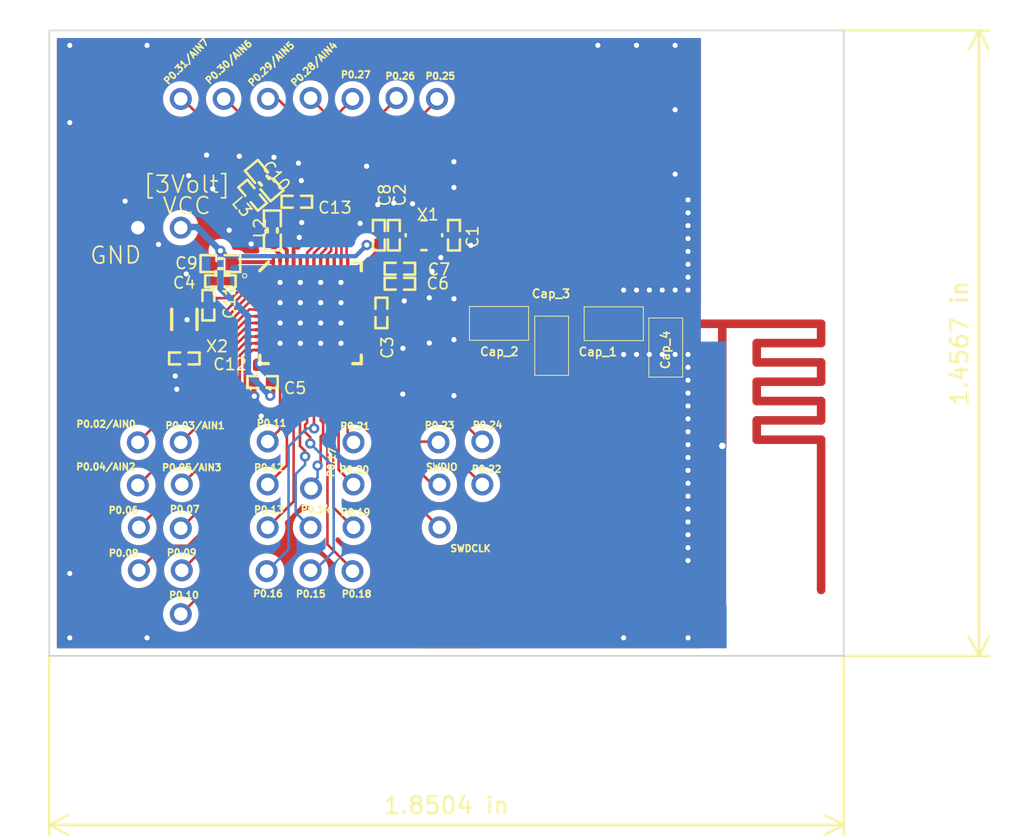
<source format=kicad_pcb>
(kicad_pcb (version 20171130) (host pcbnew 5.1.3-ffb9f22~84~ubuntu18.04.1)
  (layers (0 F.Cu signal) (31 B.Cu signal) (34 B.Paste user) (35 F.Paste user) (36 B.SilkS user) (37 F.SilkS user) (38 B.Mask user) (39 F.Mask user) (44 Edge.Cuts user))
  (net 0 "")
  (net 1 VDD_NRF)
  (net 2 P0.01/XL2)
  (net 3 P0.00/XL1)
  (net 4 DEC4)
  (net 5 DEC3)
  (net 6 GND)
  (net 7 DEC1)
  (net 8 DEC2)
  (net 9 NetL2_1)
  (net 10 NetL2_2)
  (net 11 XC1)
  (net 12 XC2)
  (net 13 "Net-(U1-Pad1)")
  (net 14 "Net-(U3-Pad1)")
  (net 15 "Net-(U4-Pad1)")
  (net 16 "Net-(U5-Pad1)")
  (net 17 "Net-(U6-Pad1)")
  (net 18 "Net-(U7-Pad1)")
  (net 19 "Net-(U15-Pad1)")
  (net 20 "Net-(U9-Pad1)")
  (net 21 "Net-(U10-Pad1)")
  (net 22 "Net-(U11-Pad1)")
  (net 23 "Net-(U12-Pad1)")
  (net 24 "Net-(U13-Pad1)")
  (net 25 "Net-(U14-Pad1)")
  (net 26 "Net-(U16-Pad1)")
  (net 27 "Net-(U17-Pad1)")
  (net 28 "Net-(U18-Pad1)")
  (net 29 "Net-(U21-Pad1)")
  (net 30 "Net-(U23-Pad1)")
  (net 31 "Net-(U24-Pad1)")
  (net 32 "Net-(U27-Pad1)")
  (net 33 "Net-(U28-Pad1)")
  (net 34 "Net-(U29-Pad1)")
  (net 35 "Net-(U30-Pad1)")
  (net 36 "Net-(U32-Pad1)")
  (net 37 "Net-(Cap_1-Pad1)")
  (net 38 "Net-(Cap_1-Pad2)")
  (net 39 "Net-(Cap_2-Pad1)")
  (net 40 "Net-(U2-Pad1)")
  (net 41 "Net-(U102-Pad1)")
  (module Capacitors_smd:1206_cap_smd (layer F.Cu) (at 148.645 106.67 180)
    (fp_text reference Cap_2 (at -0.017 -1.67509) (layer F.SilkS) (effects (font (size 0.5 0.5) (thickness 0.1))))
    (fp_text value 1206_cap_smd)
    (pad 1 smd rect (at -1.275 0 180) (size 0.8 1.75) (layers F.Cu F.Paste F.Mask) (net 39 "Net-(Cap_2-Pad1)"))
    (pad 2 smd rect (at 1.275 0 180) (size 0.8 1.75) (layers F.Cu F.Paste F.Mask))
  )
  (module Capacitors_smd:1206_cap_smd (layer F.Cu) (at 158.51 108.1 270)
    (fp_text reference Cap_4 (at 0.14 0.02 90) (layer F.SilkS) (effects (font (size 0.5 0.5) (thickness 0.1))))
    (fp_text value 1206_cap_smd)
    (pad 1 smd rect (at -1.275 0 270) (size 0.8 1.75) (layers F.Cu F.Paste F.Mask) (net 6 GND))
    (pad 2 smd rect (at 1.275 0 270) (size 0.8 1.75) (layers F.Cu F.Paste F.Mask) (net 6 GND))
  )
  (module Capacitors_smd:1206_cap_smd (layer F.Cu) (at 155.435 106.69)
    (fp_text reference Cap_1 (at -0.943 1.66509) (layer F.SilkS) (effects (font (size 0.5 0.5) (thickness 0.1))))
    (fp_text value 1206_cap_smd)
    (pad 1 smd rect (at -1.275 0) (size 0.8 1.75) (layers F.Cu F.Paste F.Mask) (net 37 "Net-(Cap_1-Pad1)"))
    (pad 2 smd rect (at 1.275 0) (size 0.8 1.75) (layers F.Cu F.Paste F.Mask) (net 38 "Net-(Cap_1-Pad2)"))
  )
  (module Capacitors_smd:1206_cap_smd (layer F.Cu) (at 151.76 107.995 270)
    (fp_text reference Cap_3 (at -3.07991 0.038) (layer F.SilkS) (effects (font (size 0.5 0.5) (thickness 0.1))))
    (fp_text value 1206_cap_smd)
    (pad 1 smd rect (at -1.275 0 270) (size 0.8 1.75) (layers F.Cu F.Paste F.Mask) (net 6 GND))
    (pad 2 smd rect (at 1.275 0 270) (size 0.8 1.75) (layers F.Cu F.Paste F.Mask) (net 6 GND))
  )
  (module ICs:Ο (layer F.Cu) (at 140.1 113.66)
    (fp_text reference U102 hide)
    (fp_text value O)
    (pad 1 thru_hole circle (at -0.06 0.05) (size 1.3 1.3) (drill 0.8) (layers *.Cu *.Mask) (net 41 "Net-(U102-Pad1)"))
  )
  (module ICs:Ο (layer F.Cu) (at 127.34 100.96)
    (fp_text reference U26 hide)
    (fp_text value O)
    (pad GND thru_hole circle (at -0.06 0.05) (size 1.3 1.3) (drill 0.8) (layers *.Cu *.Mask) (net 6 GND))
  )
  (module ICs:Ο (layer F.Cu) (at 129.88 100.96)
    (fp_text reference U8 hide)
    (fp_text value O)
    (pad 1 thru_hole circle (at -0.06 0.05) (size 1.3 1.3) (drill 0.8) (layers *.Cu *.Mask))
  )
  (module QFN40P600X600X90-48N (layer F.Cu) (at 137.49594 106.04838)
    (fp_text reference U1 hide)
    (fp_text value "Multi-protocol Bluetooth Low Energy, IEEE 802.15.4, ANT and 2.4GHz proprietary system-on-chip" hide)
    (pad 1 smd oval (at -3.025 -2.2 90) (size 0.2 0.65) (layers F.Cu F.Paste F.Mask) (net 7 DEC1))
    (pad 2 smd oval (at -3.025 -1.8 90) (size 0.2 0.65) (layers F.Cu F.Paste F.Mask) (net 3 P0.00/XL1))
    (pad 3 smd oval (at -3.025 -1.4 90) (size 0.2 0.65) (layers F.Cu F.Paste F.Mask) (net 2 P0.01/XL2))
    (pad 4 smd oval (at -3.025 -1 90) (size 0.2 0.65) (layers F.Cu F.Paste F.Mask))
    (pad 5 smd oval (at -3.025 -0.6 90) (size 0.2 0.65) (layers F.Cu F.Paste F.Mask))
    (pad 6 smd oval (at -3.025 -0.2 90) (size 0.2 0.65) (layers F.Cu F.Paste F.Mask))
    (pad 7 smd oval (at -3.025 0.2 90) (size 0.2 0.65) (layers F.Cu F.Paste F.Mask))
    (pad 8 smd oval (at -3.025 0.6 90) (size 0.2 0.65) (layers F.Cu F.Paste F.Mask))
    (pad 9 smd oval (at -3.025 1 90) (size 0.2 0.65) (layers F.Cu F.Paste F.Mask))
    (pad 10 smd oval (at -3.025 1.4 90) (size 0.2 0.65) (layers F.Cu F.Paste F.Mask))
    (pad 11 smd oval (at -3.025 1.8 90) (size 0.2 0.65) (layers F.Cu F.Paste F.Mask))
    (pad 12 smd oval (at -3.025 2.2 90) (size 0.2 0.65) (layers F.Cu F.Paste F.Mask))
    (pad 13 smd oval (at -2.20001 3.025) (size 0.2 0.65) (layers F.Cu F.Paste F.Mask) (net 1 VDD_NRF))
    (pad 14 smd oval (at -1.80001 3.025) (size 0.2 0.65) (layers F.Cu F.Paste F.Mask))
    (pad 15 smd oval (at -1.4 3.025) (size 0.2 0.65) (layers F.Cu F.Paste F.Mask))
    (pad 16 smd oval (at -1.00001 3.025) (size 0.2 0.65) (layers F.Cu F.Paste F.Mask))
    (pad 17 smd oval (at -0.60001 3.025) (size 0.2 0.65) (layers F.Cu F.Paste F.Mask))
    (pad 18 smd oval (at -0.2 3.025) (size 0.2 0.65) (layers F.Cu F.Paste F.Mask))
    (pad 19 smd oval (at 0.2 3.025) (size 0.2 0.65) (layers F.Cu F.Paste F.Mask))
    (pad 20 smd oval (at 0.6 3.025) (size 0.2 0.65) (layers F.Cu F.Paste F.Mask))
    (pad 21 smd oval (at 1 3.025) (size 0.2 0.65) (layers F.Cu F.Paste F.Mask))
    (pad 22 smd oval (at 1.4 3.025) (size 0.2 0.65) (layers F.Cu F.Paste F.Mask))
    (pad 23 smd oval (at 1.8 3.025) (size 0.2 0.65) (layers F.Cu F.Paste F.Mask))
    (pad 24 smd oval (at 2.2 3.025) (size 0.2 0.65) (layers F.Cu F.Paste F.Mask))
    (pad 25 smd oval (at 3.025 2.2 90) (size 0.2 0.65) (layers F.Cu F.Paste F.Mask))
    (pad 26 smd oval (at 3.025 1.8 90) (size 0.2 0.65) (layers F.Cu F.Paste F.Mask))
    (pad 27 smd oval (at 3.025 1.4 90) (size 0.2 0.65) (layers F.Cu F.Paste F.Mask))
    (pad 28 smd oval (at 3.025 1 90) (size 0.2 0.65) (layers F.Cu F.Paste F.Mask))
    (pad 29 smd oval (at 3.025 0.6 90) (size 0.2 0.65) (layers F.Cu F.Paste F.Mask))
    (pad 30 smd oval (at 3.025 0.2 90) (size 0.2 0.65) (layers F.Cu F.Paste F.Mask))
    (pad 31 smd oval (at 3.025 -0.2 90) (size 0.2 0.65) (layers F.Cu F.Paste F.Mask) (net 6 GND))
    (pad 32 smd oval (at 3.025 -0.6 90) (size 0.2 0.65) (layers F.Cu F.Paste F.Mask) (net 8 DEC2))
    (pad 33 smd oval (at 3.025 -1 90) (size 0.2 0.65) (layers F.Cu F.Paste F.Mask) (net 5 DEC3))
    (pad 34 smd oval (at 3.025 -1.4 90) (size 0.2 0.65) (layers F.Cu F.Paste F.Mask) (net 11 XC1))
    (pad 35 smd oval (at 3.025 -1.8 90) (size 0.2 0.65) (layers F.Cu F.Paste F.Mask) (net 12 XC2))
    (pad 36 smd oval (at 3.025 -2.2 90) (size 0.2 0.65) (layers F.Cu F.Paste F.Mask) (net 1 VDD_NRF))
    (pad 37 smd oval (at 2.2 -3.025) (size 0.2 0.65) (layers F.Cu F.Paste F.Mask))
    (pad 38 smd oval (at 1.79999 -3.025) (size 0.2 0.65) (layers F.Cu F.Paste F.Mask))
    (pad 39 smd oval (at 1.4 -3.025) (size 0.2 0.65) (layers F.Cu F.Paste F.Mask))
    (pad 40 smd oval (at 1 -3.025) (size 0.2 0.65) (layers F.Cu F.Paste F.Mask))
    (pad 41 smd oval (at 0.59999 -3.025) (size 0.2 0.65) (layers F.Cu F.Paste F.Mask))
    (pad 42 smd oval (at 0.2 -3.025) (size 0.2 0.65) (layers F.Cu F.Paste F.Mask))
    (pad 43 smd oval (at -0.20001 -3.025) (size 0.2 0.65) (layers F.Cu F.Paste F.Mask))
    (pad 44 smd oval (at -0.60001 -3.025) (size 0.2 0.65) (layers F.Cu F.Paste F.Mask))
    (pad 45 smd oval (at -1.00001 -3.025) (size 0.2 0.65) (layers F.Cu F.Paste F.Mask) (net 6 GND))
    (pad 46 smd oval (at -1.40001 -3.025) (size 0.2 0.65) (layers F.Cu F.Paste F.Mask) (net 4 DEC4))
    (pad 47 smd oval (at -1.80001 -3.025) (size 0.2 0.65) (layers F.Cu F.Paste F.Mask) (net 10 NetL2_2))
    (pad 48 smd oval (at -2.20001 -3.025) (size 0.2 0.65) (layers F.Cu F.Paste F.Mask) (net 1 VDD_NRF))
    (pad 49 smd rect (at 0 0) (size 4.7 4.7) (layers F.Cu F.Paste F.Mask) (net 6 GND))
  )
  (module ICs:Ο (layer F.Cu) (at 129.88 113.66)
    (fp_text reference U33 hide)
    (fp_text value O)
    (pad 1 thru_hole circle (at -0.06 0.05) (size 1.3 1.3) (drill 0.8) (layers *.Cu *.Mask))
  )
  (module ICs:Ο (layer F.Cu) (at 134.96 121.28)
    (fp_text reference U31 hide)
    (fp_text value O)
    (pad 1 thru_hole circle (at -0.06 0.05) (size 1.3 1.3) (drill 0.8) (layers *.Cu *.Mask))
  )
  (module ICs:Ο (layer F.Cu) (at 127.4 118.69)
    (fp_text reference U25 hide)
    (fp_text value O)
    (pad 1 thru_hole circle (at -0.06 0.05) (size 1.3 1.3) (drill 0.8) (layers *.Cu *.Mask))
  )
  (module ICs:Ο (layer F.Cu) (at 137.56 118.69)
    (fp_text reference U20 hide)
    (fp_text value O)
    (pad 1 thru_hole circle (at -0.06 0.05) (size 1.3 1.3) (drill 0.8) (layers *.Cu *.Mask))
  )
  (module ICs:Ο (layer F.Cu) (at 145.12 113.66)
    (fp_text reference U19 hide)
    (fp_text value O)
    (pad 1 thru_hole circle (at -0.06 0.05) (size 1.3 1.3) (drill 0.8) (layers *.Cu *.Mask))
  )
  (module CAPC1005X04L (layer F.Cu) (at 130.02834 108.74078)
    (fp_text reference C12 hide)
    (fp_text value "" hide)
    (pad 1 smd rect (at 0.49999 0 270) (size 0.5 0.6) (layers F.Cu F.Paste F.Mask) (net 2 P0.01/XL2))
    (pad 2 smd rect (at -0.50001 0 270) (size 0.5 0.6) (layers F.Cu F.Paste F.Mask) (net 6 GND))
  )
  (module CAPC1608X06L (layer F.Cu) (at 134.75345 98.2201)
    (fp_text reference C10 hide)
    (fp_text value "" hide)
    (pad 2 smd rect (at 0.43389 0.51708 40) (size 0.8 0.75) (layers F.Cu F.Paste F.Mask) (net 4 DEC4))
    (pad 1 smd rect (at -0.43388 -0.51708 40) (size 0.8 0.75) (layers F.Cu F.Paste F.Mask) (net 6 GND))
  )
  (module INDC1005X04L (layer F.Cu) (at 134.06765 99.0837)
    (fp_text reference L3 hide)
    (fp_text value "" hide)
    (pad 2 smd rect (at 0.30533 0.36387 40) (size 0.5 0.65) (layers F.Cu F.Paste F.Mask) (net 9 NetL2_1))
    (pad 1 smd rect (at -0.30532 -0.36387 40) (size 0.5 0.65) (layers F.Cu F.Paste F.Mask) (net 4 DEC4))
  )
  (module INDC1608X06L (layer F.Cu) (at 135.23534 101.16642)
    (fp_text reference L2 hide)
    (fp_text value "" hide)
    (pad 1 smd rect (at 0 -0.675) (size 0.8 0.75) (layers F.Cu F.Paste F.Mask) (net 9 NetL2_1))
    (pad 2 smd rect (at 0 0.675) (size 0.8 0.75) (layers F.Cu F.Paste F.Mask) (net 10 NetL2_2))
  )
  (module CAPC1005X04L (layer F.Cu) (at 132.16194 104.16878)
    (fp_text reference C4 hide)
    (fp_text value "" hide)
    (pad 1 smd rect (at 0.49999 0 270) (size 0.5 0.6) (layers F.Cu F.Paste F.Mask) (net 7 DEC1))
    (pad 2 smd rect (at -0.50001 0 270) (size 0.5 0.6) (layers F.Cu F.Paste F.Mask) (net 6 GND))
  )
  (module CAPC1005X04L (layer F.Cu) (at 134.65114 110.13778)
    (fp_text reference C5 hide)
    (fp_text value "" hide)
    (pad 1 smd rect (at 0.49999 0 270) (size 0.5 0.6) (layers F.Cu F.Paste F.Mask) (net 1 VDD_NRF))
    (pad 2 smd rect (at -0.50001 0 270) (size 0.5 0.6) (layers F.Cu F.Paste F.Mask) (net 6 GND))
  )
  (module CAPC1005X04L (layer F.Cu) (at 142.77914 103.43218)
    (fp_text reference C7 hide)
    (fp_text value "" hide)
    (pad 1 smd rect (at -0.5 0 90) (size 0.5 0.6) (layers F.Cu F.Paste F.Mask) (net 5 DEC3))
    (pad 2 smd rect (at 0.5 0 90) (size 0.5 0.6) (layers F.Cu F.Paste F.Mask) (net 6 GND))
  )
  (module CAPC1005X04L (layer F.Cu) (at 145.97937 101.4508)
    (fp_text reference C1 hide)
    (fp_text value "" hide)
    (pad 1 smd rect (at 0 -0.5) (size 0.5 0.6) (layers F.Cu F.Paste F.Mask) (net 11 XC1))
    (pad 2 smd rect (at 0 0.5) (size 0.5 0.6) (layers F.Cu F.Paste F.Mask) (net 6 GND))
  )
  (module BT-XTAL_2016 (layer F.Cu) (at 144.20137 101.4508)
    (fp_text reference X1 hide)
    (fp_text value "" hide)
    (pad 3 smd rect (at -0.725 0.575 180) (size 0.95 0.85) (layers F.Cu F.Paste F.Mask) (net 12 XC2))
    (pad 2 smd rect (at -0.725 -0.575 180) (size 0.95 0.85) (layers F.Cu F.Paste F.Mask) (net 6 GND))
    (pad 1 smd rect (at 0.725 -0.575 180) (size 0.95 0.85) (layers F.Cu F.Paste F.Mask) (net 11 XC1))
    (pad 4 smd rect (at 0.725 0.575 180) (size 0.95 0.85) (layers F.Cu F.Paste F.Mask) (net 6 GND))
  )
  (module CAPC1005X04L (layer F.Cu) (at 141.53437 101.4508)
    (fp_text reference C8 hide)
    (fp_text value "" hide)
    (pad 1 smd rect (at 0 0.5 180) (size 0.5 0.6) (layers F.Cu F.Paste F.Mask) (net 1 VDD_NRF))
    (pad 2 smd rect (at 0 -0.5 180) (size 0.5 0.6) (layers F.Cu F.Paste F.Mask) (net 6 GND))
  )
  (module CAPC1608X06L (layer F.Cu) (at 132.16194 103.12738)
    (fp_text reference C9 hide)
    (fp_text value "" hide)
    (pad 2 smd rect (at -0.675 0 270) (size 0.8 0.75) (layers F.Cu F.Paste F.Mask) (net 6 GND))
    (pad 1 smd rect (at 0.675 0 270) (size 0.8 0.75) (layers F.Cu F.Paste F.Mask) (net 1 VDD_NRF))
  )
  (module CAPC1005X04L (layer F.Cu) (at 142.77914 104.32118)
    (fp_text reference C6 hide)
    (fp_text value "Not mounted" hide)
    (pad 1 smd rect (at 0.49999 0 270) (size 0.5 0.6) (layers F.Cu F.Paste F.Mask) (net 6 GND))
    (pad 2 smd rect (at -0.50001 0 270) (size 0.5 0.6) (layers F.Cu F.Paste F.Mask) (net 8 DEC2))
  )
  (module CAPC1005X04L (layer F.Cu) (at 142.42337 101.4508)
    (fp_text reference C2 hide)
    (fp_text value "" hide)
    (pad 1 smd rect (at 0 0.5 180) (size 0.5 0.6) (layers F.Cu F.Paste F.Mask) (net 12 XC2))
    (pad 2 smd rect (at 0 -0.5 180) (size 0.5 0.6) (layers F.Cu F.Paste F.Mask) (net 6 GND))
  )
  (module CAPC1005X04L (layer F.Cu) (at 141.68694 106.04838)
    (fp_text reference C3 hide)
    (fp_text value "" hide)
    (pad 1 smd rect (at 0 -0.5) (size 0.5 0.6) (layers F.Cu F.Paste F.Mask) (net 6 GND))
    (pad 2 smd rect (at 0 0.5) (size 0.5 0.6) (layers F.Cu F.Paste F.Mask))
  )
  (module XTAL_3215 (layer F.Cu) (at 130.02834 106.42938)
    (fp_text reference X2 hide)
    (fp_text value "" hide)
    (pad 2 smd rect (at 0 1.25 270) (size 1 1.8) (layers F.Cu F.Paste F.Mask) (net 2 P0.01/XL2))
    (pad 1 smd rect (at 0 -1.24999 270) (size 1 1.8) (layers F.Cu F.Paste F.Mask) (net 3 P0.00/XL1))
  )
  (module CAPC1005X04L (layer F.Cu) (at 131.45074 105.59118)
    (fp_text reference C11 hide)
    (fp_text value "" hide)
    (pad 1 smd rect (at 0 -0.5) (size 0.5 0.6) (layers F.Cu F.Paste F.Mask) (net 3 P0.00/XL1))
    (pad 2 smd rect (at 0 0.5) (size 0.5 0.6) (layers F.Cu F.Paste F.Mask) (net 6 GND))
  )
  (module CAPC1005X04L (layer F.Cu) (at 136.68314 99.46978)
    (fp_text reference C13 hide)
    (fp_text value "Not mounted" hide)
    (pad 1 smd rect (at -0.5 0 90) (size 0.5 0.6) (layers F.Cu F.Paste F.Mask) (net 4 DEC4))
    (pad 2 smd rect (at 0.5 0 90) (size 0.5 0.6) (layers F.Cu F.Paste F.Mask) (net 6 GND))
  )
  (module ICs:Ο (layer F.Cu) (at 127.34 116.2)
    (fp_text reference U32 hide)
    (fp_text value O hide)
    (pad 1 thru_hole circle (at -0.06 0.05) (size 1.3 1.3) (drill 0.8) (layers *.Cu *.Mask) (net 36 "Net-(U32-Pad1)"))
  )
  (module ICs:Ο (layer F.Cu) (at 129.88 118.74)
    (fp_text reference U30 hide)
    (fp_text value O)
    (pad 1 thru_hole circle (at -0.06 0.05) (size 1.3 1.3) (drill 0.8) (layers *.Cu *.Mask) (net 35 "Net-(U30-Pad1)"))
  )
  (module ICs:Ο (layer F.Cu) (at 127.34 113.66)
    (fp_text reference U29 hide)
    (fp_text value O hide)
    (pad 1 thru_hole circle (at -0.06 0.05) (size 1.3 1.3) (drill 0.8) (layers *.Cu *.Mask) (net 34 "Net-(U29-Pad1)"))
  )
  (module ICs:Ο (layer F.Cu) (at 127.4 121.23)
    (fp_text reference U28 hide)
    (fp_text value O)
    (pad 1 thru_hole circle (at -0.06 0.05) (size 1.3 1.3) (drill 0.8) (layers *.Cu *.Mask) (net 33 "Net-(U28-Pad1)"))
  )
  (module ICs:Ο (layer F.Cu) (at 137.56 121.23)
    (fp_text reference U27 hide)
    (fp_text value O)
    (pad 1 thru_hole circle (at -0.06 0.05) (size 1.3 1.3) (drill 0.8) (layers *.Cu *.Mask) (net 32 "Net-(U27-Pad1)"))
  )
  (module ICs:Ο (layer F.Cu) (at 129.88 123.82)
    (fp_text reference U24 hide)
    (fp_text value O)
    (pad 1 thru_hole circle (at -0.06 0.05) (size 1.3 1.3) (drill 0.8) (layers *.Cu *.Mask) (net 31 "Net-(U24-Pad1)"))
  )
  (module ICs:Ο (layer F.Cu) (at 140.04 121.28)
    (fp_text reference U23 hide)
    (fp_text value O)
    (pad 1 thru_hole circle (at -0.06 0.05) (size 1.3 1.3) (drill 0.8) (layers *.Cu *.Mask) (net 30 "Net-(U23-Pad1)"))
  )
  (module ICs:Ο (layer F.Cu) (at 140.1 116.15)
    (fp_text reference U102 hide)
    (fp_text value O)
    (pad 1 thru_hole circle (at -0.06 0.05) (size 1.3 1.3) (drill 0.8) (layers *.Cu *.Mask) (net 41 "Net-(U102-Pad1)"))
  )
  (module ICs:Ο (layer F.Cu) (at 129.94 116.15)
    (fp_text reference U21 hide)
    (fp_text value O)
    (pad 1 thru_hole circle (at -0.06 0.05) (size 1.3 1.3) (drill 0.8) (layers *.Cu *.Mask) (net 29 "Net-(U21-Pad1)"))
  )
  (module ICs:Ο (layer F.Cu) (at 137.59 116.38)
    (fp_text reference U18 hide)
    (fp_text value O)
    (pad 1 thru_hole circle (at -0.06 0.05) (size 1.3 1.3) (drill 0.8) (layers *.Cu *.Mask) (net 28 "Net-(U18-Pad1)"))
  )
  (module ICs:Ο (layer F.Cu) (at 135.02 118.69)
    (fp_text reference U17 hide)
    (fp_text value O)
    (pad 1 thru_hole circle (at -0.06 0.05) (size 1.3 1.3) (drill 0.8) (layers *.Cu *.Mask) (net 27 "Net-(U17-Pad1)"))
  )
  (module ICs:Ο (layer F.Cu) (at 145.18 116.15)
    (fp_text reference U16 hide)
    (fp_text value O)
    (pad 1 thru_hole circle (at -0.06 0.05) (size 1.3 1.3) (drill 0.8) (layers *.Cu *.Mask) (net 26 "Net-(U16-Pad1)"))
  )
  (module ICs:Ο (layer F.Cu) (at 147.72 113.61)
    (fp_text reference U15 hide)
    (fp_text value O)
    (pad 1 thru_hole circle (at -0.06 0.05) (size 1.3 1.3) (drill 0.8) (layers *.Cu *.Mask) (net 19 "Net-(U15-Pad1)"))
  )
  (module ICs:Ο (layer F.Cu) (at 135.02 113.61)
    (fp_text reference U14 hide)
    (fp_text value O)
    (pad 1 thru_hole circle (at -0.06 0.05) (size 1.3 1.3) (drill 0.8) (layers *.Cu *.Mask) (net 25 "Net-(U14-Pad1)"))
  )
  (module ICs:Ο (layer F.Cu) (at 140.1 118.69)
    (fp_text reference U13 hide)
    (fp_text value O)
    (pad 1 thru_hole circle (at -0.06 0.05) (size 1.3 1.3) (drill 0.8) (layers *.Cu *.Mask) (net 24 "Net-(U13-Pad1)"))
  )
  (module ICs:Ο (layer F.Cu) (at 147.72 116.15)
    (fp_text reference U12 hide)
    (fp_text value O)
    (pad 1 thru_hole circle (at -0.06 0.05) (size 1.3 1.3) (drill 0.8) (layers *.Cu *.Mask) (net 23 "Net-(U12-Pad1)"))
  )
  (module ICs:Ο (layer F.Cu) (at 135.02 116.15)
    (fp_text reference U11 hide)
    (fp_text value O)
    (pad 1 thru_hole circle (at -0.06 0.05) (size 1.3 1.3) (drill 0.8) (layers *.Cu *.Mask) (net 22 "Net-(U11-Pad1)"))
  )
  (module ICs:Ο (layer F.Cu) (at 145.18 118.69)
    (fp_text reference U10 hide)
    (fp_text value O)
    (pad 1 thru_hole circle (at -0.06 0.05) (size 1.3 1.3) (drill 0.8) (layers *.Cu *.Mask) (net 21 "Net-(U10-Pad1)"))
  )
  (module ICs:Ο (layer F.Cu) (at 129.94 121.23)
    (fp_text reference U9 hide)
    (fp_text value O)
    (pad 1 thru_hole circle (at -0.06 0.05) (size 1.3 1.3) (drill 0.8) (layers *.Cu *.Mask) (net 20 "Net-(U9-Pad1)"))
  )
  (module ICs:Ο (layer F.Cu) (at 129.88 93.34)
    (fp_text reference U7 hide)
    (fp_text value O)
    (pad 1 thru_hole circle (at -0.06 0.05) (size 1.3 1.3) (drill 0.8) (layers *.Cu *.Mask) (net 18 "Net-(U7-Pad1)"))
  )
  (module ICs:Ο (layer F.Cu) (at 137.56 93.29)
    (fp_text reference U6 hide)
    (fp_text value O)
    (pad 1 thru_hole circle (at -0.06 0.05) (size 1.3 1.3) (drill 0.8) (layers *.Cu *.Mask) (net 17 "Net-(U6-Pad1)"))
  )
  (module ICs:Ο (layer F.Cu) (at 132.42 93.34)
    (fp_text reference U5 hide)
    (fp_text value O)
    (pad 1 thru_hole circle (at -0.06 0.05) (size 1.3 1.3) (drill 0.8) (layers *.Cu *.Mask) (net 16 "Net-(U5-Pad1)"))
  )
  (module ICs:Ο (layer F.Cu) (at 140.04 93.34)
    (fp_text reference U4 hide)
    (fp_text value O)
    (pad 1 thru_hole circle (at -0.06 0.05) (size 1.3 1.3) (drill 0.8) (layers *.Cu *.Mask) (net 15 "Net-(U4-Pad1)"))
  )
  (module ICs:Ο (layer F.Cu) (at 142.64 93.29)
    (fp_text reference U3 hide)
    (fp_text value O)
    (pad 1 thru_hole circle (at -0.06 0.05) (size 1.3 1.3) (drill 0.8) (layers *.Cu *.Mask) (net 14 "Net-(U3-Pad1)"))
  )
  (module ICs:Ο (layer F.Cu) (at 135.04 93.34)
    (fp_text reference U2 hide)
    (fp_text value O)
    (pad 1 thru_hole circle (at -0.06 0.05) (size 1.3 1.3) (drill 0.8) (layers *.Cu *.Mask) (net 40 "Net-(U2-Pad1)"))
  )
  (module ICs:Ο (layer F.Cu) (at 145.04 93.34)
    (fp_text reference U1 hide)
    (fp_text value O)
    (pad 1 thru_hole circle (at -0.06 0.05) (size 1.3 1.3) (drill 0.8) (layers *.Cu *.Mask) (net 13 "Net-(U1-Pad1)"))
  )
  (dimension 37 (width 0.15) (layer F.SilkS) (gr_text "37.000 mm" (at 178.34 107.84 90) (layer F.SilkS) (effects (font (size 1 1) (thickness 0.15)))) (feature1 (pts (xy 169.04 89.34) (xy 177.626421 89.34))) (feature2 (pts (xy 169.04 126.34) (xy 177.626421 126.34))) (crossbar (pts (xy 177.04 126.34) (xy 177.04 89.34))) (arrow1a (pts (xy 177.04 89.34) (xy 177.626421 90.466504))) (arrow1b (pts (xy 177.04 89.34) (xy 176.453579 90.466504))) (arrow2a (pts (xy 177.04 126.34) (xy 177.626421 125.213496))) (arrow2b (pts (xy 177.04 126.34) (xy 176.453579 125.213496))))
  (dimension 47 (width 0.15) (layer F.SilkS) (gr_text "47.000 mm" (at 145.54 137.639999) (layer F.SilkS) (effects (font (size 1 1) (thickness 0.15)))) (feature1 (pts (xy 169.04 126.34) (xy 169.04 136.92642))) (feature2 (pts (xy 122.04 126.34) (xy 122.04 136.92642))) (crossbar (pts (xy 122.04 136.339999) (xy 169.04 136.339999))) (arrow1a (pts (xy 169.04 136.339999) (xy 167.913496 136.92642))) (arrow1b (pts (xy 169.04 136.339999) (xy 167.913496 135.753578))) (arrow2a (pts (xy 122.04 136.339999) (xy 123.166504 136.92642))) (arrow2b (pts (xy 122.04 136.339999) (xy 123.166504 135.753578))))
  (gr_line (start 142.03885 106.95339) (end 142.03885 106.30339) (layer F.SilkS) (width 0.1524))
  (gr_line (start 134.73733 102.34651) (end 135.73733 102.34651) (layer F.SilkS) (width 0.1524))
  (gr_line (start 134.73733 99.99651) (end 135.73733 99.99651) (layer F.SilkS) (width 0.1524))
  (gr_line (start 134.93733 101.27151) (end 134.93733 101.07151) (layer F.SilkS) (width 0.2))
  (gr_line (start 134.73733 102.34651) (end 134.73733 101.42151) (layer F.SilkS) (width 0.1524))
  (gr_line (start 142.07545 100.55598) (end 142.77545 100.55598) (layer F.SilkS) (width 0.1524))
  (gr_line (start 145.63129 102.35581) (end 145.63129 101.70581) (layer F.SilkS) (width 0.1524))
  (gr_line (start 145.63129 101.20581) (end 145.63129 100.55581) (layer F.SilkS) (width 0.1524))
  (gr_line (start 130.98894 103.63247) (end 130.98894 102.63247) (layer F.SilkS) (width 0.1524))
  (gr_line (start 135.78505 99.12495) (end 136.43505 99.12495) (layer F.SilkS) (width 0.1524))
  (gr_line (start 136.93505 99.82495) (end 137.58505 99.82495) (layer F.SilkS) (width 0.1524))
  (gr_line (start 135.78505 99.82495) (end 135.78505 99.12495) (layer F.SilkS) (width 0.1524))
  (gr_line (start 135.78505 99.82495) (end 136.43505 99.82495) (layer F.SilkS) (width 0.1524))
  (gr_line (start 142.07545 101.20598) (end 142.07545 100.55598) (layer F.SilkS) (width 0.1524))
  (gr_line (start 142.07545 102.35597) (end 142.07545 101.70598) (layer F.SilkS) (width 0.1524))
  (gr_line (start 142.07545 102.35597) (end 142.77545 102.35597) (layer F.SilkS) (width 0.1524))
  (gr_line (start 140.49793 109.05347) (end 140.49793 108.55347) (layer F.SilkS) (width 0.2))
  (gr_line (start 133.33893 103.63247) (end 133.33893 102.63247) (layer F.SilkS) (width 0.1524))
  (gr_line (start 134.46136 98.34142) (end 134.58992 98.49463) (layer F.SilkS) (width 0.2))
  (gr_line (start 134.53313 98.7381) (end 135.12771 99.44669) (layer F.SilkS) (width 0.1524))
  (gr_line (start 131.10265 106.49619) (end 131.10265 105.84619) (layer F.SilkS) (width 0.1524))
  (gr_line (start 131.10265 105.34619) (end 131.10265 104.69619) (layer F.SilkS) (width 0.1524))
  (gr_line (start 132.41393 102.63247) (end 133.33893 102.63247) (layer F.SilkS) (width 0.1524))
  (gr_line (start 130.98894 103.63247) (end 131.91394 103.63247) (layer F.SilkS) (width 0.1524))
  (gr_line (start 133.75914 98.17436) (end 134.17696 98.67229) (layer F.SilkS) (width 0.1524))
  (gr_line (start 134.49835 99.05531) (end 134.91616 99.55325) (layer F.SilkS) (width 0.1524))
  (gr_line (start 141.88645 101.20598) (end 141.88645 100.55598) (layer F.SilkS) (width 0.1524))
  (gr_line (start 141.88645 102.35597) (end 141.88645 101.70598) (layer F.SilkS) (width 0.1524))
  (gr_arc (start 133.59794 103.85347) (end 133.72294 103.85347) (angle -360) (layer F.SilkS) (width 0.0625))
  (gr_line (start 129.13042 109.09579) (end 129.78042 109.09579) (layer F.SilkS) (width 0.1524))
  (gr_line (start 130.28042 109.09579) (end 130.93042 109.09579) (layer F.SilkS) (width 0.1524))
  (gr_line (start 131.10265 104.69619) (end 131.80265 104.69619) (layer F.SilkS) (width 0.1524))
  (gr_line (start 131.10265 106.49619) (end 131.80265 106.49619) (layer F.SilkS) (width 0.1524))
  (gr_line (start 134.73733 100.92151) (end 134.73733 99.99651) (layer F.SilkS) (width 0.1524))
  (gr_line (start 135.53733 101.27151) (end 135.53733 101.07151) (layer F.SilkS) (width 0.2))
  (gr_line (start 132.41402 104.52379) (end 133.06402 104.52379) (layer F.SilkS) (width 0.1524))
  (gr_line (start 133.06402 104.52379) (end 133.06402 103.82379) (layer F.SilkS) (width 0.1524))
  (gr_line (start 131.26402 104.52379) (end 131.26402 103.82379) (layer F.SilkS) (width 0.1524))
  (gr_line (start 135.29917 98.09531) (end 135.89375 98.8039) (layer F.SilkS) (width 0.1524))
  (gr_line (start 134.3832 97.0037) (end 134.97778 97.71229) (layer F.SilkS) (width 0.1524))
  (gr_line (start 141.33885 106.95339) (end 141.33885 106.30339) (layer F.SilkS) (width 0.1524))
  (gr_line (start 141.33885 105.80339) (end 141.33885 105.15339) (layer F.SilkS) (width 0.1524))
  (gr_line (start 132.06394 103.43247) (end 132.26394 103.43247) (layer F.SilkS) (width 0.2))
  (gr_line (start 134.90322 110.49279) (end 135.55322 110.49279) (layer F.SilkS) (width 0.1524))
  (gr_line (start 135.55322 110.49279) (end 135.55322 109.79279) (layer F.SilkS) (width 0.1524))
  (gr_line (start 133.75322 110.49279) (end 133.75322 109.79279) (layer F.SilkS) (width 0.1524))
  (gr_line (start 134.37993 100.0032) (end 134.91616 99.55325) (layer F.SilkS) (width 0.1524))
  (gr_line (start 136.93505 99.12495) (end 137.58505 99.12495) (layer F.SilkS) (width 0.1524))
  (gr_line (start 144.04337 102.33589) (end 144.36337 102.33589) (layer F.SilkS) (width 0.1524))
  (gr_line (start 134.49794 103.55347) (end 134.99794 103.05347) (layer F.SilkS) (width 0.2))
  (gr_line (start 134.90322 109.79279) (end 135.55322 109.79279) (layer F.SilkS) (width 0.1524))
  (gr_line (start 133.75322 110.49279) (end 134.40322 110.49279) (layer F.SilkS) (width 0.1524))
  (gr_line (start 133.61716 97.64648) (end 134.21173 98.35507) (layer F.SilkS) (width 0.1524))
  (gr_line (start 134.92099 97.95575) (end 135.04955 98.10896) (layer F.SilkS) (width 0.2))
  (gr_line (start 143.03122 103.97619) (end 143.68122 103.97619) (layer F.SilkS) (width 0.1524))
  (gr_line (start 141.88122 104.67619) (end 142.53122 104.67619) (layer F.SilkS) (width 0.1524))
  (gr_line (start 143.03122 104.67619) (end 143.68122 104.67619) (layer F.SilkS) (width 0.1524))
  (gr_line (start 143.68122 104.67619) (end 143.68122 103.97619) (layer F.SilkS) (width 0.1524))
  (gr_line (start 139.99794 109.05347) (end 140.49793 109.05347) (layer F.SilkS) (width 0.2))
  (gr_line (start 131.26402 103.82379) (end 131.91402 103.82379) (layer F.SilkS) (width 0.1524))
  (gr_line (start 132.41402 103.82379) (end 133.06402 103.82379) (layer F.SilkS) (width 0.1524))
  (gr_line (start 131.26402 104.52379) (end 131.91402 104.52379) (layer F.SilkS) (width 0.1524))
  (gr_line (start 141.88122 104.67619) (end 141.88122 103.97619) (layer F.SilkS) (width 0.1524))
  (gr_line (start 133.75322 109.79279) (end 134.40322 109.79279) (layer F.SilkS) (width 0.1524))
  (gr_line (start 146.33129 102.35581) (end 146.33129 101.70581) (layer F.SilkS) (width 0.1524))
  (gr_line (start 146.33129 101.20581) (end 146.33129 100.55581) (layer F.SilkS) (width 0.1524))
  (gr_line (start 145.63129 100.55581) (end 146.33129 100.55581) (layer F.SilkS) (width 0.1524))
  (gr_line (start 141.88105 103.08735) (end 142.53105 103.08735) (layer F.SilkS) (width 0.1524))
  (gr_line (start 141.88105 103.78735) (end 141.88105 103.08735) (layer F.SilkS) (width 0.1524))
  (gr_line (start 143.68105 103.78735) (end 143.68105 103.08735) (layer F.SilkS) (width 0.1524))
  (gr_line (start 141.88122 103.97619) (end 142.53122 103.97619) (layer F.SilkS) (width 0.1524))
  (gr_line (start 130.93042 109.09579) (end 130.93042 108.39579) (layer F.SilkS) (width 0.1524))
  (gr_line (start 129.13042 109.09579) (end 129.13042 108.39579) (layer F.SilkS) (width 0.1524))
  (gr_line (start 131.80265 106.49619) (end 131.80265 105.84619) (layer F.SilkS) (width 0.1524))
  (gr_line (start 131.80265 105.34619) (end 131.80265 104.69619) (layer F.SilkS) (width 0.1524))
  (gr_line (start 140.49793 103.55347) (end 140.49793 103.05347) (layer F.SilkS) (width 0.2))
  (gr_line (start 135.73733 102.34651) (end 135.73733 101.42151) (layer F.SilkS) (width 0.1524))
  (gr_line (start 135.73733 100.92151) (end 135.73733 99.99651) (layer F.SilkS) (width 0.1524))
  (gr_line (start 139.99794 103.05347) (end 140.49793 103.05347) (layer F.SilkS) (width 0.2))
  (gr_line (start 137.58505 99.82495) (end 137.58505 99.12495) (layer F.SilkS) (width 0.1524))
  (gr_line (start 141.18645 101.20598) (end 141.18645 100.55598) (layer F.SilkS) (width 0.1524))
  (gr_line (start 141.18645 102.35597) (end 141.18645 101.70598) (layer F.SilkS) (width 0.1524))
  (gr_line (start 141.18645 102.35597) (end 141.88645 102.35597) (layer F.SilkS) (width 0.1524))
  (gr_line (start 141.18645 100.55598) (end 141.88645 100.55598) (layer F.SilkS) (width 0.1524))
  (gr_line (start 143.03105 103.78735) (end 143.68105 103.78735) (layer F.SilkS) (width 0.1524))
  (gr_line (start 141.88105 103.78735) (end 142.53105 103.78735) (layer F.SilkS) (width 0.1524))
  (gr_line (start 143.03105 103.08735) (end 143.68105 103.08735) (layer F.SilkS) (width 0.1524))
  (gr_line (start 133.22292 98.62431) (end 133.64073 99.12224) (layer F.SilkS) (width 0.1524))
  (gr_line (start 133.96212 99.50527) (end 134.37993 100.0032) (layer F.SilkS) (width 0.1524))
  (gr_line (start 145.63129 102.35581) (end 146.33129 102.35581) (layer F.SilkS) (width 0.1524))
  (gr_line (start 129.13042 108.39579) (end 129.78042 108.39579) (layer F.SilkS) (width 0.1524))
  (gr_line (start 130.28042 108.39579) (end 130.93042 108.39579) (layer F.SilkS) (width 0.1524))
  (gr_line (start 143.12337 101.51589) (end 143.12337 101.39589) (layer F.SilkS) (width 0.1524))
  (gr_line (start 142.77545 101.20598) (end 142.77545 100.55598) (layer F.SilkS) (width 0.1524))
  (gr_line (start 142.77545 102.35597) (end 142.77545 101.70598) (layer F.SilkS) (width 0.1524))
  (gr_line (start 134.49794 109.05347) (end 134.99794 109.05347) (layer F.SilkS) (width 0.2))
  (gr_line (start 130.98894 102.63247) (end 131.91394 102.63247) (layer F.SilkS) (width 0.1524))
  (gr_line (start 130.78034 107.03447) (end 130.78034 105.83447) (layer F.SilkS) (width 0.2))
  (gr_line (start 145.28337 101.51589) (end 145.28337 101.39589) (layer F.SilkS) (width 0.1524))
  (gr_line (start 133.22292 98.62431) (end 133.75914 98.17436) (layer F.SilkS) (width 0.1524))
  (gr_line (start 132.06394 102.83247) (end 132.26394 102.83247) (layer F.SilkS) (width 0.2))
  (gr_line (start 144.04337 100.57589) (end 144.36337 100.57589) (layer F.SilkS) (width 0.1524))
  (gr_line (start 141.33885 106.95339) (end 142.03885 106.95339) (layer F.SilkS) (width 0.1524))
  (gr_line (start 141.33885 105.15339) (end 142.03885 105.15339) (layer F.SilkS) (width 0.1524))
  (gr_line (start 142.03885 105.80339) (end 142.03885 105.15339) (layer F.SilkS) (width 0.1524))
  (gr_line (start 134.49794 109.05347) (end 134.49794 108.55347) (layer F.SilkS) (width 0.2))
  (gr_line (start 132.41393 103.63247) (end 133.33893 103.63247) (layer F.SilkS) (width 0.1524))
  (gr_line (start 129.28034 107.03447) (end 129.28034 105.83447) (layer F.SilkS) (width 0.2))
  (gr_line (start 133.61716 97.64648) (end 134.3832 97.0037) (layer F.SilkS) (width 0.1524))
  (gr_line (start 135.12771 99.44669) (end 135.89375 98.8039) (layer F.SilkS) (width 0.1524))
  (gr_line (start 122.04 126.34) (end 122.04 89.34) (layer Edge.Cuts) (width 0.1))
  (gr_line (start 123.04 126.34) (end 122.04 126.34) (layer Edge.Cuts) (width 0.1))
  (gr_line (start 169.04 126.34) (end 123.04 126.34) (layer Edge.Cuts) (width 0.1))
  (gr_line (start 169.04 89.34) (end 169.04 126.34) (layer Edge.Cuts) (width 0.1))
  (gr_line (start 168.04 89.34) (end 169.04 89.34) (layer Edge.Cuts) (width 0.1))
  (gr_line (start 122.04 89.34) (end 168.04 89.34) (layer Edge.Cuts) (width 0.1))
  (gr_poly (pts (xy 160.584 106.43609) (xy 159.568 105.94679) (xy 159.568 107.44539) (xy 160.584 106.95609)) (layer F.Cu) (width 0))
  (gr_poly (pts (xy 159.568 107.44539) (xy 159.568 105.94539) (xy 156.919 107.435)) (layer F.Cu) (width 0))
  (gr_poly (pts (xy 156.919 107.435) (xy 159.568 105.94539) (xy 156.921 105.945)) (layer F.Cu) (width 0))
  (gr_text C12 (at 131.6728 109.0916) (layer F.SilkS) (effects (font (size 0.6858 0.6858) (thickness 0.1)) (justify left)))
  (gr_text C10 (at 134.77814 97.13298 310) (layer F.SilkS) (effects (font (size 0.6858 0.6858) (thickness 0.1)) (justify left)))
  (gr_text L3 (at 133.01 99.26 310) (layer F.SilkS) (effects (font (size 0.6858 0.6858) (thickness 0.1)) (justify left)))
  (gr_text L2 (at 134.49874 101.69982 90) (layer F.SilkS) (effects (font (size 0.6858 0.6858) (thickness 0.1)) (justify left)))
  (gr_text C4 (at 129.29 104.27) (layer F.SilkS) (effects (font (size 0.6858 0.6858) (thickness 0.1)) (justify left)))
  (gr_text C5 (at 135.84485 110.50126) (layer F.SilkS) (effects (font (size 0.6858 0.6858) (thickness 0.1)) (justify left)))
  (gr_text C7 (at 144.36 103.48) (layer F.SilkS) (effects (font (size 0.6858 0.6858) (thickness 0.1)) (justify left)))
  (gr_text C1 (at 147.08 102.28 90) (layer F.SilkS) (effects (font (size 0.6858 0.6858) (thickness 0.1)) (justify left)))
  (gr_text X1 (at 143.71877 100.2316) (layer F.SilkS) (effects (font (size 0.6858 0.6858) (thickness 0.1)) (justify left)))
  (gr_text C8 (at 141.88364 99.8132 90) (layer F.SilkS) (effects (font (size 0.6858 0.6858) (thickness 0.1)) (justify left)))
  (gr_text C9 (at 129.42 103.11) (layer F.SilkS) (effects (font (size 0.6858 0.6858) (thickness 0.1)) (justify left)))
  (gr_text C6 (at 144.29 104.31) (layer F.SilkS) (effects (font (size 0.6858 0.6858) (thickness 0.1)) (justify left)))
  (gr_text C2 (at 142.77264 99.8132 90) (layer F.SilkS) (effects (font (size 0.6858 0.6858) (thickness 0.1)) (justify left)))
  (gr_text C3 (at 142.036 108.8376 90) (layer F.SilkS) (effects (font (size 0.6858 0.6858) (thickness 0.1)) (justify left)))
  (gr_text X2 (at 131.24754 108.02958) (layer F.SilkS) (effects (font (size 0.6858 0.6858) (thickness 0.1)) (justify left)))
  (gr_text C11 (at 132.69534 106.48018 90) (layer F.SilkS) (effects (font (size 0.6858 0.6858) (thickness 0.1)) (justify left)))
  (gr_text C13 (at 137.87694 99.82538) (layer F.SilkS) (effects (font (size 0.6858 0.6858) (thickness 0.1)) (justify left)))
  (gr_text P0.15 (at 136.58 122.68) (layer F.SilkS) (effects (font (size 0.4 0.4) (thickness 0.1)) (justify left)))
  (gr_text P0.14 (at 136.86276 117.66728) (layer F.SilkS) (effects (font (size 0.4 0.4) (thickness 0.1)) (justify left)))
  (gr_text P0.17 (at 138.67568 115.82462 86.17675617) (layer F.SilkS) (effects (font (size 0.4 0.4) (thickness 0.1)) (justify left)))
  (gr_text P0.16 (at 134.05 122.66) (layer F.SilkS) (effects (font (size 0.4 0.4) (thickness 0.1)) (justify left)))
  (gr_text P0.13 (at 134.09866 117.697) (layer F.SilkS) (effects (font (size 0.4 0.4) (thickness 0.1)) (justify left)))
  (gr_text P0.12 (at 134.09866 115.2004) (layer F.SilkS) (effects (font (size 0.4 0.4) (thickness 0.1)) (justify left)))
  (gr_text P0.11 (at 134.26213 112.57005) (layer F.SilkS) (effects (font (size 0.4 0.4) (thickness 0.1)) (justify left)))
  (gr_text P0.08 (at 125.50921 120.26785) (layer F.SilkS) (effects (font (size 0.4 0.4) (thickness 0.1)) (justify left)))
  (gr_text P0.06 (at 125.49435 117.72666) (layer F.SilkS) (effects (font (size 0.4 0.4) (thickness 0.1)) (justify left)))
  (gr_text P0.04/AIN2 (at 123.57731 115.15575) (layer F.SilkS) (effects (font (size 0.4 0.4) (thickness 0.1)) (justify left)))
  (gr_text P0.02/AIN0 (at 123.59217 112.62943) (layer F.SilkS) (effects (font (size 0.4 0.4) (thickness 0.1)) (justify left)))
  (gr_text P0.03/AIN1 (at 128.85288 112.71859) (layer F.SilkS) (effects (font (size 0.4 0.4) (thickness 0.1)) (justify left)))
  (gr_text P0.05/AIN3 (at 128.65965 115.20038) (layer F.SilkS) (effects (font (size 0.4 0.4) (thickness 0.1)) (justify left)))
  (gr_text P0.07 (at 129.12033 117.66726) (layer F.SilkS) (effects (font (size 0.4 0.4) (thickness 0.1)) (justify left)))
  (gr_text P0.09 (at 128.942 120.23817) (layer F.SilkS) (effects (font (size 0.4 0.4) (thickness 0.1)) (justify left)))
  (gr_text P0.10 (at 129.07575 122.74963) (layer F.SilkS) (effects (font (size 0.4 0.4) (thickness 0.1)) (justify left)))
  (gr_text P0.21 (at 139.19596 112.75308) (layer F.SilkS) (effects (font (size 0.4 0.4) (thickness 0.1)) (justify left)))
  (gr_text P0.20 (at 139.15733 115.32978) (layer F.SilkS) (effects (font (size 0.4 0.4) (thickness 0.1)) (justify left)))
  (gr_text P0.19 (at 139.22118 117.85137) (layer F.SilkS) (effects (font (size 0.4 0.4) (thickness 0.1)) (justify left)))
  (gr_text P0.18 (at 139.29 122.68) (layer F.SilkS) (effects (font (size 0.4 0.4) (thickness 0.1)) (justify left)))
  (gr_text P0.23 (at 144.19844 112.70321) (layer F.SilkS) (effects (font (size 0.4 0.4) (thickness 0.1)) (justify left)))
  (gr_text SWDIO (at 144.26886 115.16796) (layer F.SilkS) (effects (font (size 0.4 0.4) (thickness 0.1)) (justify left)))
  (gr_text SWDCLK (at 145.71 119.99) (layer F.SilkS) (effects (font (size 0.4 0.4) (thickness 0.1)) (justify left)))
  (gr_text P0.22 (at 146.98009 115.29119) (layer F.SilkS) (effects (font (size 0.4 0.4) (thickness 0.1)) (justify left)))
  (gr_text P0.24 (at 147.0329 112.6856) (layer F.SilkS) (effects (font (size 0.4 0.4) (thickness 0.1)) (justify left)))
  (gr_text P0.31/AIN7 (at 128.89 92.48 46.19350419) (layer F.SilkS) (effects (font (size 0.4 0.4) (thickness 0.1)) (justify left)))
  (gr_text P0.30/AIN6 (at 131.34 92.45 43.23279894) (layer F.SilkS) (effects (font (size 0.4 0.4) (thickness 0.1)) (justify left)))
  (gr_text P0.29/AIN5 (at 133.87 92.58 43.85996958) (layer F.SilkS) (effects (font (size 0.4 0.4) (thickness 0.1)) (justify left)))
  (gr_text P0.28/AIN4 (at 136.4 92.58 43.65073077) (layer F.SilkS) (effects (font (size 0.4 0.4) (thickness 0.1)) (justify left)))
  (gr_text P0.27 (at 139.24 91.96) (layer F.SilkS) (effects (font (size 0.4 0.4) (thickness 0.1)) (justify left)))
  (gr_text P0.26 (at 141.87 92.04) (layer F.SilkS) (effects (font (size 0.4 0.4) (thickness 0.1)) (justify left)))
  (gr_text P0.25 (at 144.24 92.04) (layer F.SilkS) (effects (font (size 0.4 0.4) (thickness 0.1)) (justify left)))
  (gr_text GND (at 124.38 102.66 0.6820517408) (layer F.SilkS) (effects (font (size 1 1) (thickness 0.1)) (justify left)))
  (gr_text VCC (at 128.68 99.74 0.682) (layer F.SilkS) (effects (font (size 1 1) (thickness 0.1)) (justify left)))
  (gr_text " [3Volt]" (at 126.78 98.45) (layer F.SilkS) (effects (font (size 1 1) (thickness 0.1)) (justify left)))
  (segment (start 143.77229 117.40474) (end 145.11594 118.74838) (width 0.1524) (layer F.Cu) (net 0))
  (segment (start 143.77229 117.40474) (end 143.77229 115.92154) (width 0.1524) (layer F.Cu) (net 0))
  (segment (start 140.52094 112.67018) (end 143.77229 115.92154) (width 0.1524) (layer F.Cu) (net 0))
  (segment (start 140.52094 112.67018) (end 140.52094 108.24838) (width 0.1524) (layer F.Cu) (net 0))
  (segment (start 129.87594 93.34838) (end 131.57593 95.04838) (width 0.1524) (layer F.Cu) (net 0))
  (segment (start 131.57593 95.04838) (end 136.07173 95.04838) (width 0.1524) (layer F.Cu) (net 0))
  (segment (start 136.07173 95.04838) (end 137.80074 96.77738) (width 0.1524) (layer F.Cu) (net 0))
  (segment (start 137.80074 101.97852) (end 137.80074 96.77738) (width 0.1524) (layer F.Cu) (net 0))
  (segment (start 137.29593 102.48332) (end 137.80074 101.97852) (width 0.1524) (layer F.Cu) (net 0))
  (segment (start 137.29593 103.02338) (end 137.29593 102.48332) (width 0.1524) (layer F.Cu) (net 0))
  (segment (start 132.41594 93.34838) (end 133.71594 94.64838) (width 0.1524) (layer F.Cu) (net 0))
  (segment (start 133.71594 94.64838) (end 136.10279 94.64838) (width 0.1524) (layer F.Cu) (net 0))
  (segment (start 136.10279 94.64838) (end 138.10554 96.65113) (width 0.1524) (layer F.Cu) (net 0))
  (segment (start 138.10554 102.10477) (end 138.10554 96.65113) (width 0.1524) (layer F.Cu) (net 0))
  (segment (start 137.69594 102.51437) (end 138.10554 102.10477) (width 0.1524) (layer F.Cu) (net 0))
  (segment (start 137.69594 103.02338) (end 137.69594 102.51437) (width 0.1524) (layer F.Cu) (net 0))
  (segment (start 137.49594 93.34838) (end 138.71514 94.56758) (width 0.1524) (layer F.Cu) (net 0))
  (segment (start 138.71514 102.3851) (end 138.71514 94.56758) (width 0.1524) (layer F.Cu) (net 0))
  (segment (start 138.49593 102.6043) (end 138.71514 102.3851) (width 0.1524) (layer F.Cu) (net 0))
  (segment (start 138.49593 103.02338) (end 138.49593 102.6043) (width 0.1524) (layer F.Cu) (net 0))
  (segment (start 129.87594 116.20838) (end 132.08944 113.99488) (width 0.1524) (layer F.Cu) (net 0))
  (segment (start 132.08944 113.99488) (end 132.08944 108.06427) (width 0.1524) (layer F.Cu) (net 0))
  (segment (start 133.90533 106.24838) (end 134.47094 106.24838) (width 0.1524) (layer F.Cu) (net 0))
  (segment (start 132.08944 108.06427) (end 133.90533 106.24838) (width 0.1524) (layer F.Cu) (net 0))
  (segment (start 131.78199 113.54317) (end 131.78199 107.93692) (width 0.1524) (layer F.Cu) (net 0))
  (segment (start 130.32179 115.00337) (end 131.78199 113.54317) (width 0.1524) (layer F.Cu) (net 0))
  (segment (start 128.54095 115.00337) (end 130.32179 115.00337) (width 0.1524) (layer F.Cu) (net 0))
  (segment (start 127.33594 116.20838) (end 128.54095 115.00337) (width 0.1524) (layer F.Cu) (net 0))
  (segment (start 133.87053 105.84838) (end 134.47094 105.84838) (width 0.1524) (layer F.Cu) (net 0))
  (segment (start 131.78199 107.93692) (end 133.87053 105.84838) (width 0.1524) (layer F.Cu) (net 0))
  (segment (start 129.87594 113.66838) (end 131.47667 112.06765) (width 0.1524) (layer F.Cu) (net 0))
  (segment (start 131.47667 112.06765) (end 131.47667 107.81044) (width 0.1524) (layer F.Cu) (net 0))
  (segment (start 133.83873 105.44838) (end 134.47094 105.44838) (width 0.1524) (layer F.Cu) (net 0))
  (segment (start 131.47667 107.81044) (end 133.83873 105.44838) (width 0.1524) (layer F.Cu) (net 0))
  (segment (start 127.33594 113.66838) (end 129.48389 111.52043) (width 0.1524) (layer F.Cu) (net 0))
  (segment (start 129.48389 111.52043) (end 130.9269 111.52043) (width 0.1524) (layer F.Cu) (net 0))
  (segment (start 130.9269 111.52043) (end 131.17134 111.276) (width 0.1524) (layer F.Cu) (net 0))
  (segment (start 131.17134 111.276) (end 131.17134 107.68398) (width 0.1524) (layer F.Cu) (net 0))
  (segment (start 133.80693 105.04838) (end 134.47094 105.04838) (width 0.1524) (layer F.Cu) (net 0))
  (segment (start 131.17134 107.68398) (end 133.80693 105.04838) (width 0.1524) (layer F.Cu) (net 0))
  (segment (start 141.07454 112.57075) (end 144.8801 116.37631) (width 0.1524) (layer F.Cu) (net 0))
  (segment (start 144.8801 116.37631) (end 144.948 116.37631) (width 0.1524) (layer F.Cu) (net 0))
  (segment (start 144.948 116.37631) (end 145.11594 116.20838) (width 0.1524) (layer F.Cu) (net 0))
  (segment (start 141.07454 112.57075) (end 141.07454 108.11228) (width 0.1524) (layer F.Cu) (net 0))
  (segment (start 140.81064 107.84838) (end 141.07454 108.11228) (width 0.1524) (layer F.Cu) (net 0))
  (segment (start 140.52094 107.84838) (end 140.81064 107.84838) (width 0.1524) (layer F.Cu) (net 0))
  (segment (start 139.01994 94.36438) (end 140.03594 93.34838) (width 0.1524) (layer F.Cu) (net 0))
  (segment (start 139.01994 102.51135) (end 139.01994 94.36438) (width 0.1524) (layer F.Cu) (net 0))
  (segment (start 138.89594 102.63535) (end 139.01994 102.51135) (width 0.1524) (layer F.Cu) (net 0))
  (segment (start 138.89594 103.02338) (end 138.89594 102.63535) (width 0.1524) (layer F.Cu) (net 0))
  (segment (start 142.57594 93.39993) (end 142.57594 93.34838) (width 0.1524) (layer F.Cu) (net 0))
  (segment (start 139.32474 96.65113) (end 142.57594 93.39993) (width 0.1524) (layer F.Cu) (net 0))
  (segment (start 139.32474 102.6376) (end 139.32474 96.65113) (width 0.1524) (layer F.Cu) (net 0))
  (segment (start 139.29593 102.6664) (end 139.32474 102.6376) (width 0.1524) (layer F.Cu) (net 0))
  (segment (start 139.29593 103.02338) (end 139.29593 102.6664) (width 0.1524) (layer F.Cu) (net 0))
  (segment (start 142.41594 96.04838) (end 145.11594 93.34838) (width 0.1524) (layer F.Cu) (net 0))
  (segment (start 140.35854 96.04838) (end 142.41594 96.04838) (width 0.1524) (layer F.Cu) (net 0))
  (segment (start 139.62954 96.77738) (end 140.35854 96.04838) (width 0.1524) (layer F.Cu) (net 0))
  (segment (start 139.62954 102.63105) (end 139.62954 96.77738) (width 0.1524) (layer F.Cu) (net 0))
  (segment (start 139.62954 102.63105) (end 139.69594 102.69745) (width 0.1524) (layer F.Cu) (net 0))
  (segment (start 139.69594 103.02338) (end 139.69594 102.69745) (width 0.1524) (layer F.Cu) (net 0))
  (segment (start 143.54114 113.66838) (end 145.11594 113.66838) (width 0.1524) (layer F.Cu) (net 0))
  (segment (start 141.68694 111.81418) (end 143.54114 113.66838) (width 0.1524) (layer F.Cu) (net 0))
  (segment (start 141.68694 111.81418) (end 141.68694 107.85933) (width 0.1524) (layer F.Cu) (net 0))
  (segment (start 140.52094 107.04838) (end 140.87599 107.04838) (width 0.1524) (layer F.Cu) (net 0))
  (segment (start 140.87599 107.04838) (end 141.68694 107.85933) (width 0.1524) (layer F.Cu) (net 0))
  (segment (start 146.23412 114.78657) (end 147.65594 116.20838) (width 0.1524) (layer F.Cu) (net 0))
  (segment (start 143.72141 114.78657) (end 146.23412 114.78657) (width 0.1524) (layer F.Cu) (net 0))
  (segment (start 141.37934 112.4445) (end 143.72141 114.78657) (width 0.1524) (layer F.Cu) (net 0))
  (segment (start 141.37934 112.4445) (end 141.37934 107.98278) (width 0.1524) (layer F.Cu) (net 0))
  (segment (start 140.52094 107.44838) (end 140.84494 107.44838) (width 0.1524) (layer F.Cu) (net 0))
  (segment (start 140.84494 107.44838) (end 141.37934 107.98278) (width 0.1524) (layer F.Cu) (net 0))
  (segment (start 139.69594 113.32838) (end 140.03594 113.66838) (width 0.1524) (layer F.Cu) (net 0))
  (segment (start 139.69594 113.32838) (end 139.69594 109.07338) (width 0.1524) (layer F.Cu) (net 0))
  (segment (start 139.15733 112.16871) (end 139.15734 112.16872) (width 0.1524) (layer F.Cu) (net 0))
  (segment (start 139.15734 113.30445) (end 139.15734 112.16872) (width 0.1524) (layer F.Cu) (net 0))
  (segment (start 139.15733 113.30446) (end 139.15734 113.30445) (width 0.1524) (layer F.Cu) (net 0))
  (segment (start 139.15733 115.32978) (end 139.15733 113.30446) (width 0.1524) (layer F.Cu) (net 0))
  (segment (start 139.15733 112.16871) (end 139.15733 111.53316) (width 0.1524) (layer F.Cu) (net 0))
  (segment (start 139.15733 115.32978) (end 140.03594 116.20838) (width 0.1524) (layer F.Cu) (net 0))
  (segment (start 139.15733 111.53316) (end 139.29594 111.39456) (width 0.1524) (layer F.Cu) (net 0))
  (segment (start 139.29594 111.39456) (end 139.29594 109.07338) (width 0.1524) (layer F.Cu) (net 0))
  (segment (start 138.85253 112.29496) (end 138.85254 112.29497) (width 0.1524) (layer F.Cu) (net 0))
  (segment (start 138.85254 113.1782) (end 138.85254 112.29497) (width 0.1524) (layer F.Cu) (net 0))
  (segment (start 138.85253 113.17821) (end 138.85254 113.1782) (width 0.1524) (layer F.Cu) (net 0))
  (segment (start 138.85253 117.56498) (end 138.85253 113.17821) (width 0.1524) (layer F.Cu) (net 0))
  (segment (start 138.85253 112.29496) (end 138.85253 111.32418) (width 0.1524) (layer F.Cu) (net 0))
  (segment (start 138.85253 117.56498) (end 140.03594 118.74838) (width 0.1524) (layer F.Cu) (net 0))
  (segment (start 138.85253 111.32418) (end 138.89594 111.28078) (width 0.1524) (layer F.Cu) (net 0))
  (segment (start 138.89594 111.28078) (end 138.89594 109.07338) (width 0.1524) (layer F.Cu) (net 0))
  (segment (start 138.49594 112.36942) (end 138.54774 112.42122) (width 0.1524) (layer F.Cu) (net 0))
  (segment (start 138.49594 112.36942) (end 138.49594 109.07338) (width 0.1524) (layer F.Cu) (net 0))
  (segment (start 138.54774 113.05195) (end 138.54774 112.42122) (width 0.1524) (layer F.Cu) (net 0))
  (segment (start 138.54773 113.05196) (end 138.54774 113.05195) (width 0.1524) (layer F.Cu) (net 0))
  (segment (start 138.54773 113.35082) (end 138.54773 113.05196) (width 0.1524) (layer F.Cu) (net 0))
  (segment (start 138.49594 113.40262) (end 138.54773 113.35082) (width 0.1524) (layer F.Cu) (net 0))
  (segment (start 138.49594 119.74838) (end 138.49594 113.40262) (width 0.1524) (layer F.Cu) (net 0))
  (segment (start 138.49594 119.74838) (end 140.03594 121.28838) (width 0.1524) (layer F.Cu) (net 0))
  (segment (start 138.09594 112.40047) (end 138.09594 109.07338) (width 0.1524) (layer F.Cu) (net 0))
  (segment (start 137.91544 115.08597) (end 138.09594 114.90548) (width 0.1524) (layer F.Cu) (net 0))
  (segment (start 138.09594 112.40047) (end 138.24294 112.54747) (width 0.1524) (layer F.Cu) (net 0))
  (segment (start 138.09594 114.90548) (end 138.09594 113.37157) (width 0.1524) (layer F.Cu) (net 0))
  (segment (start 138.09594 113.37157) (end 138.24293 113.22457) (width 0.1524) (layer F.Cu) (net 0))
  (segment (start 138.24293 113.22457) (end 138.24293 112.9257) (width 0.1524) (layer F.Cu) (net 0))
  (segment (start 138.24293 112.9257) (end 138.24294 112.9257) (width 0.1524) (layer F.Cu) (net 0))
  (segment (start 138.24294 112.9257) (end 138.24294 112.54747) (width 0.1524) (layer F.Cu) (net 0))
  (segment (start 137.91544 115.78888) (end 137.91544 115.08597) (width 0.1524) (layer B.Cu) (net 0))
  (segment (start 137.49594 116.20838) (end 137.91544 115.78888) (width 0.1524) (layer B.Cu) (net 0))
  (via (at 137.91544 115.08597) (size 0.6096) (layers F.Cu B.Cu) (net 0))
  (segment (start 137.69594 112.87242) (end 137.70954 112.88602) (width 0.1524) (layer F.Cu) (net 0))
  (segment (start 137.69594 112.87242) (end 137.69594 109.07338) (width 0.1524) (layer F.Cu) (net 0))
  (segment (start 137.26927 112.88602) (end 137.70954 112.88602) (width 0.1524) (layer B.Cu) (net 0))
  (segment (start 136.19523 113.96006) (end 137.26927 112.88602) (width 0.1524) (layer B.Cu) (net 0))
  (segment (start 136.19523 120.04909) (end 136.19523 113.96006) (width 0.1524) (layer B.Cu) (net 0))
  (segment (start 134.95594 121.28838) (end 136.19523 120.04909) (width 0.1524) (layer B.Cu) (net 0))
  (via (at 137.70954 112.88602) (size 0.6096) (layers F.Cu B.Cu) (net 0))
  (segment (start 137.29375 112.54747) (end 137.29375 109.07557) (width 0.1524) (layer F.Cu) (net 0))
  (segment (start 137.48134 113.7763) (end 137.48134 113.41216) (width 0.1524) (layer F.Cu) (net 0))
  (segment (start 137.17614 112.66508) (end 137.29375 112.54747) (width 0.1524) (layer F.Cu) (net 0))
  (segment (start 137.17614 113.10696) (end 137.17614 112.66508) (width 0.1524) (layer F.Cu) (net 0))
  (segment (start 137.17614 113.10696) (end 137.48134 113.41216) (width 0.1524) (layer F.Cu) (net 0))
  (segment (start 137.29375 109.07557) (end 137.29594 109.07338) (width 0.1524) (layer F.Cu) (net 0))
  (segment (start 137.48134 113.7763) (end 138.86608 115.16104) (width 0.1524) (layer B.Cu) (net 0))
  (segment (start 137.56922 121.45695) (end 138.86608 120.16009) (width 0.1524) (layer B.Cu) (net 0))
  (segment (start 138.86608 120.16009) (end 138.86608 115.16104) (width 0.1524) (layer B.Cu) (net 0))
  (via (at 137.48134 113.7763) (size 0.6096) (layers F.Cu B.Cu) (net 0))
  (segment (start 136.87134 113.92064) (end 136.87134 109.09798) (width 0.1524) (layer F.Cu) (net 0))
  (segment (start 136.87134 113.92064) (end 137.17231 114.22162) (width 0.1524) (layer F.Cu) (net 0))
  (segment (start 136.87134 109.09798) (end 136.89593 109.07338) (width 0.1524) (layer F.Cu) (net 0))
  (segment (start 137.17231 114.5415) (end 137.17231 114.22162) (width 0.1524) (layer F.Cu) (net 0))
  (segment (start 137.17231 115.03413) (end 137.17231 114.5415) (width 0.1524) (layer B.Cu) (net 0))
  (segment (start 136.61733 115.58911) (end 137.17231 115.03413) (width 0.1524) (layer B.Cu) (net 0))
  (segment (start 136.61733 117.86978) (end 136.61733 115.58911) (width 0.1524) (layer B.Cu) (net 0))
  (segment (start 136.61733 117.86978) (end 137.49594 118.74838) (width 0.1524) (layer B.Cu) (net 0))
  (via (at 137.17231 114.5415) (size 0.6096) (layers F.Cu B.Cu) (net 0))
  (segment (start 136.49593 117.20838) (end 136.49593 109.07338) (width 0.1524) (layer F.Cu) (net 0))
  (segment (start 134.95594 118.74838) (end 136.49593 117.20838) (width 0.1524) (layer F.Cu) (net 0))
  (segment (start 136.09594 115.06838) (end 136.09594 109.07338) (width 0.1524) (layer F.Cu) (net 0))
  (segment (start 134.95594 116.20838) (end 136.09594 115.06838) (width 0.1524) (layer F.Cu) (net 0))
  (segment (start 134.95594 113.66838) (end 135.69593 112.92838) (width 0.1524) (layer F.Cu) (net 0))
  (segment (start 135.69593 112.92838) (end 135.69593 109.07338) (width 0.1524) (layer F.Cu) (net 0))
  (segment (start 133.61344 120.09088) (end 133.61344 108.69553) (width 0.1524) (layer F.Cu) (net 0))
  (segment (start 129.87594 123.82838) (end 133.61344 120.09088) (width 0.1524) (layer F.Cu) (net 0))
  (segment (start 133.61344 108.69553) (end 134.06058 108.24838) (width 0.1524) (layer F.Cu) (net 0))
  (segment (start 134.06058 108.24838) (end 134.47094 108.24838) (width 0.1524) (layer F.Cu) (net 0))
  (segment (start 129.87594 121.28838) (end 133.30864 117.85568) (width 0.1524) (layer F.Cu) (net 0))
  (segment (start 133.30864 117.85568) (end 133.30864 108.56927) (width 0.1524) (layer F.Cu) (net 0))
  (segment (start 134.02953 107.84838) (end 134.47094 107.84838) (width 0.1524) (layer F.Cu) (net 0))
  (segment (start 133.30864 108.56927) (end 134.02953 107.84838) (width 0.1524) (layer F.Cu) (net 0))
  (segment (start 133.00384 117.06327) (end 133.00384 108.44302) (width 0.1524) (layer F.Cu) (net 0))
  (segment (start 130.2386 119.82851) (end 133.00384 117.06327) (width 0.1524) (layer F.Cu) (net 0))
  (segment (start 128.79581 119.82851) (end 130.2386 119.82851) (width 0.1524) (layer F.Cu) (net 0))
  (segment (start 127.33594 121.28838) (end 128.79581 119.82851) (width 0.1524) (layer F.Cu) (net 0))
  (segment (start 133.99848 107.44838) (end 134.47094 107.44838) (width 0.1524) (layer F.Cu) (net 0))
  (segment (start 133.00384 108.44302) (end 133.99848 107.44838) (width 0.1524) (layer F.Cu) (net 0))
  (segment (start 129.87594 118.74838) (end 132.69904 115.92528) (width 0.1524) (layer F.Cu) (net 0))
  (segment (start 132.69904 115.92528) (end 132.69904 108.31677) (width 0.1524) (layer F.Cu) (net 0))
  (segment (start 133.96743 107.04838) (end 134.47094 107.04838) (width 0.1524) (layer F.Cu) (net 0))
  (segment (start 132.69904 108.31677) (end 133.96743 107.04838) (width 0.1524) (layer F.Cu) (net 0))
  (segment (start 132.39424 115.36428) (end 132.39424 108.19052) (width 0.1524) (layer F.Cu) (net 0))
  (segment (start 130.23167 117.52686) (end 132.39424 115.36428) (width 0.1524) (layer F.Cu) (net 0))
  (segment (start 128.55746 117.52686) (end 130.23167 117.52686) (width 0.1524) (layer F.Cu) (net 0))
  (segment (start 127.33594 118.74838) (end 128.55746 117.52686) (width 0.1524) (layer F.Cu) (net 0))
  (segment (start 133.93637 106.64838) (end 134.47094 106.64838) (width 0.1524) (layer F.Cu) (net 0))
  (segment (start 132.39424 108.19052) (end 133.93637 106.64838) (width 0.1524) (layer F.Cu) (net 0))
  (segment (start 147.24998 106.54998) (end 147.37 106.67) (width 0.762) (layer F.Cu) (net 0))
  (segment (start 143.59234 106.54998) (end 147.24998 106.54998) (width 0.762) (layer F.Cu) (net 0))
  (segment (start 140.99592 106.24838) (end 141.30571 106.55817) (width 0.2286) (layer F.Cu) (net 0))
  (segment (start 140.52094 106.24838) (end 140.99592 106.24838) (width 0.2286) (layer F.Cu) (net 0))
  (segment (start 141.30571 106.55817) (end 141.69494 106.55817) (width 0.2286) (layer F.Cu) (net 0))
  (segment (start 143.58914 106.55318) (end 143.59234 106.54998) (width 0.508) (layer F.Cu) (net 0))
  (segment (start 141.68693 106.55318) (end 143.58914 106.55318) (width 0.762) (layer F.Cu) (net 0))
  (segment (start 140.51845 103.82106) (end 140.51845 103.36031) (width 0.254) (layer F.Cu) (net 1))
  (segment (start 132.92593 103.04838) (end 135.28614 103.04838) (width 0.2286) (layer F.Cu) (net 1))
  (segment (start 140.82317 102.035) (end 140.84057 102.0524) (width 0.254) (layer F.Cu) (net 1))
  (segment (start 135.03471 110.95058) (end 135.10834 110.95058) (width 0.381) (layer F.Cu) (net 1))
  (segment (start 135.10834 110.95058) (end 135.29593 110.76298) (width 0.2286) (layer F.Cu) (net 1))
  (segment (start 140.51845 103.36031) (end 141.53437 102.34439) (width 0.254) (layer F.Cu) (net 1))
  (segment (start 141.53437 102.34439) (end 141.53437 102.0524) (width 0.254) (layer F.Cu) (net 1))
  (segment (start 141.53437 102.0524) (end 141.53437 101.9508) (width 0.254) (layer F.Cu) (net 1))
  (segment (start 132.24893 102.37138) (end 132.84093 102.96338) (width 0.2286) (layer F.Cu) (net 1))
  (segment (start 132.16593 102.37138) (end 132.24893 102.37138) (width 0.2286) (layer F.Cu) (net 1))
  (segment (start 132.84093 103.13338) (end 132.84093 102.96338) (width 0.381) (layer F.Cu) (net 1))
  (segment (start 132.84093 102.96338) (end 132.92593 103.04838) (width 0.2286) (layer F.Cu) (net 1))
  (segment (start 140.84057 102.0524) (end 141.53437 102.0524) (width 0.254) (layer F.Cu) (net 1))
  (segment (start 132.49012 102.69558) (end 140.16259 102.69558) (width 0.254) (layer B.Cu) (net 1))
  (segment (start 133.78882 109.63107) (end 135.10834 110.95058) (width 0.381) (layer B.Cu) (net 1))
  (segment (start 132.16593 104.60929) (end 133.78882 106.23218) (width 0.381) (layer B.Cu) (net 1))
  (segment (start 133.78882 109.63107) (end 133.78882 106.23218) (width 0.381) (layer B.Cu) (net 1))
  (segment (start 140.16259 102.69558) (end 140.82317 102.035) (width 0.254) (layer B.Cu) (net 1))
  (segment (start 132.16593 102.37138) (end 132.49012 102.69558) (width 0.254) (layer B.Cu) (net 1))
  (segment (start 132.16593 104.60929) (end 132.16593 102.37138) (width 0.381) (layer B.Cu) (net 1))
  (segment (start 130.76292 100.96838) (end 132.16593 102.37138) (width 0.381) (layer B.Cu) (net 1))
  (segment (start 129.87594 100.96838) (end 130.76292 100.96838) (width 0.381) (layer B.Cu) (net 1))
  (via (at 140.82317 102.035) (size 0.6096) (layers F.Cu B.Cu) (net 1))
  (via (at 135.10834 110.95058) (size 0.6096) (layers F.Cu B.Cu) (net 1))
  (via (at 132.16593 102.37138) (size 0.6096) (layers F.Cu B.Cu) (net 1))
  (segment (start 135.10834 110.95057) (end 135.29593 110.76298) (width 0.1524) (layer F.Cu) (net 1))
  (segment (start 135.10834 110.95058) (end 135.10834 110.95057) (width 0.1524) (layer F.Cu) (net 1))
  (segment (start 135.29593 110.76299) (end 135.10834 110.95058) (width 0.1524) (layer F.Cu) (net 1))
  (segment (start 135.29593 110.52593) (end 135.29593 110.76299) (width 0.1524) (layer F.Cu) (net 1))
  (segment (start 135.29593 110.76298) (end 135.29593 110.52593) (width 0.2286) (layer F.Cu) (net 1))
  (segment (start 135.29593 109.99298) (end 135.29593 109.68593) (width 0.1524) (layer F.Cu) (net 1))
  (segment (start 135.15113 110.13778) (end 135.29593 109.99298) (width 0.1524) (layer F.Cu) (net 1))
  (segment (start 135.29593 110.52593) (end 135.29593 109.68593) (width 0.2286) (layer F.Cu) (net 1))
  (segment (start 135.29593 109.68593) (end 135.29593 109.07338) (width 0.2286) (layer F.Cu) (net 1))
  (segment (start 130.02834 107.67939) (end 130.52833 108.17938) (width 0.1524) (layer F.Cu) (net 2))
  (segment (start 130.52833 108.74078) (end 130.52833 108.17938) (width 0.1524) (layer F.Cu) (net 2))
  (segment (start 130.02834 107.67939) (end 130.74413 107.67939) (width 0.1524) (layer F.Cu) (net 2))
  (segment (start 133.77513 104.64838) (end 134.47094 104.64838) (width 0.1524) (layer F.Cu) (net 2))
  (segment (start 130.74413 107.67939) (end 133.77513 104.64838) (width 0.1524) (layer F.Cu) (net 2))
  (segment (start 132.81307 105.17939) (end 133.74408 104.24838) (width 0.1524) (layer F.Cu) (net 3))
  (segment (start 133.74408 104.24838) (end 134.47094 104.24838) (width 0.1524) (layer F.Cu) (net 3))
  (segment (start 131.53895 105.17939) (end 132.11939 105.17939) (width 0.1524) (layer F.Cu) (net 3))
  (segment (start 131.45074 105.09118) (end 131.53895 105.17939) (width 0.1524) (layer F.Cu) (net 3))
  (segment (start 130.02834 105.17939) (end 132.11939 105.17939) (width 0.1524) (layer F.Cu) (net 3))
  (segment (start 132.11939 105.17939) (end 132.81307 105.17939) (width 0.1524) (layer F.Cu) (net 3))
  (segment (start 131.45074 105.09118) (end 131.36253 105.17939) (width 0.1524) (layer F.Cu) (net 3))
  (segment (start 131.16061 105.17939) (end 130.02834 105.17939) (width 0.1524) (layer F.Cu) (net 3))
  (segment (start 131.36253 105.17939) (end 131.16061 105.17939) (width 0.1524) (layer F.Cu) (net 3))
  (segment (start 130.02834 105.17939) (end 131.36253 105.17939) (width 0.1524) (layer F.Cu) (net 3))
  (segment (start 135.22198 98.71982) (end 135.92114 99.41898) (width 0.2286) (layer F.Cu) (net 4))
  (segment (start 136.09593 102.99282) (end 136.09593 102.33181) (width 0.2286) (layer F.Cu) (net 4))
  (segment (start 135.92114 102.15702) (end 136.09593 102.33181) (width 0.2286) (layer F.Cu) (net 4))
  (segment (start 135.92114 102.15702) (end 135.92114 99.41898) (width 0.2286) (layer F.Cu) (net 4))
  (segment (start 133.76233 98.71982) (end 135.22198 98.71982) (width 0.2286) (layer F.Cu) (net 4))
  (segment (start 141.68693 104.23743) (end 141.68694 103.98615) (width 0.1524) (layer F.Cu) (net 5))
  (segment (start 140.87599 105.04838) (end 141.68693 104.23743) (width 0.1524) (layer F.Cu) (net 5))
  (segment (start 140.52094 105.04838) (end 140.87599 105.04838) (width 0.1524) (layer F.Cu) (net 5))
  (segment (start 141.68694 103.98615) (end 142.17106 103.50203) (width 0.1524) (layer F.Cu) (net 5))
  (via (at 134.57854 112.15598) (size 0.6096) (drill 0.305) (layers F.Cu B.Cu) (net 6))
  (segment (start 163.892 108.98009) (end 163.892 107.83709) (width 0.508) (layer F.Cu) (net 6))
  (segment (start 161.854 113.91629) (end 161.854 113.91629) (width 0.508) (layer F.Cu) (net 6))
  (segment (start 167.702 106.69409) (end 160.5093 106.69409) (width 0.508) (layer F.Cu) (net 6))
  (segment (start 161.854 106.72809) (end 161.854 113.91629) (width 0.508) (layer F.Cu) (net 6))
  (via (at 159.828 109.27219) (size 0.4) (drill 0.3) (layers F.Cu B.Cu) (net 6))
  (via (at 159.828 112.32019) (size 0.4) (drill 0.3) (layers F.Cu B.Cu) (net 6))
  (via (at 156.78 104.70019) (size 0.4) (drill 0.3) (layers F.Cu B.Cu) (net 6))
  (via (at 156.018 104.70019) (size 0.4) (drill 0.3) (layers F.Cu B.Cu) (net 6))
  (via (at 159.828 103.93819) (size 0.4) (drill 0.3) (layers F.Cu B.Cu) (net 6))
  (via (at 159.828 103.17619) (size 0.4) (drill 0.3) (layers F.Cu B.Cu) (net 6))
  (via (at 159.828 102.41419) (size 0.4) (drill 0.3) (layers F.Cu B.Cu) (net 6))
  (via (at 159.828 101.65219) (size 0.4) (drill 0.3) (layers F.Cu B.Cu) (net 6))
  (via (at 159.828 100.12819) (size 0.4) (drill 0.3) (layers F.Cu B.Cu) (net 6))
  (via (at 159.828 99.36619) (size 0.4) (drill 0.3) (layers F.Cu B.Cu) (net 6))
  (via (at 161.854 113.91629) (size 0.5) (drill 0.381) (layers F.Cu B.Cu) (net 6))
  (via (at 159.828 113.84419) (size 0.4) (drill 0.3) (layers F.Cu B.Cu) (net 6))
  (via (at 159.828 114.60619) (size 0.4) (drill 0.3) (layers F.Cu B.Cu) (net 6))
  (via (at 159.828 115.36819) (size 0.4) (drill 0.3) (layers F.Cu B.Cu) (net 6))
  (via (at 159.828 116.13019) (size 0.4) (drill 0.3) (layers F.Cu B.Cu) (net 6))
  (via (at 159.828 116.89219) (size 0.4) (drill 0.3) (layers F.Cu B.Cu) (net 6))
  (via (at 159.828 110.03419) (size 0.4) (drill 0.3) (layers F.Cu B.Cu) (net 6))
  (via (at 159.828 100.89019) (size 0.4) (drill 0.3) (layers F.Cu B.Cu) (net 6))
  (via (at 159.828 111.55819) (size 0.4) (drill 0.3) (layers F.Cu B.Cu) (net 6))
  (segment (start 163.892 107.83709) (end 167.702 107.83709) (width 0.508) (layer F.Cu) (net 6))
  (via (at 159.828 108.51019) (size 0.4) (drill 0.3) (layers F.Cu B.Cu) (net 6))
  (via (at 159.828 117.65419) (size 0.4) (drill 0.3) (layers F.Cu B.Cu) (net 6))
  (via (at 159.066 108.51019) (size 0.4) (drill 0.3) (layers F.Cu B.Cu) (net 6))
  (via (at 158.304 108.51019) (size 0.4) (drill 0.3) (layers F.Cu B.Cu) (net 6))
  (via (at 157.542 108.51019) (size 0.4) (drill 0.3) (layers F.Cu B.Cu) (net 6))
  (via (at 156.78 108.51019) (size 0.4) (drill 0.3) (layers F.Cu B.Cu) (net 6))
  (segment (start 167.702 108.98009) (end 163.892 108.98009) (width 0.508) (layer F.Cu) (net 6))
  (via (at 156.018 108.51019) (size 0.4) (drill 0.3) (layers F.Cu B.Cu) (net 6))
  (via (at 159.828 104.70019) (size 0.4) (drill 0.3) (layers F.Cu B.Cu) (net 6))
  (via (at 159.066 104.70019) (size 0.4) (drill 0.3) (layers F.Cu B.Cu) (net 6))
  (via (at 158.304 104.70019) (size 0.4) (drill 0.3) (layers F.Cu B.Cu) (net 6))
  (via (at 157.542 104.70019) (size 0.4) (drill 0.3) (layers F.Cu B.Cu) (net 6))
  (via (at 159.828 113.08219) (size 0.4) (drill 0.3) (layers F.Cu B.Cu) (net 6))
  (via (at 159.828 110.79619) (size 0.4) (drill 0.3) (layers F.Cu B.Cu) (net 6))
  (segment (start 167.702 110.12309) (end 167.702 108.98009) (width 0.508) (layer F.Cu) (net 6))
  (segment (start 163.892 110.12309) (end 167.702 110.12309) (width 0.508) (layer F.Cu) (net 6))
  (segment (start 167.702 113.55209) (end 163.892 113.55209) (width 0.508) (layer F.Cu) (net 6))
  (segment (start 160.5093 106.69409) (end 160.488 106.71539) (width 0.508) (layer F.Cu) (net 6))
  (segment (start 167.702 111.26609) (end 163.892 111.26609) (width 0.508) (layer F.Cu) (net 6))
  (segment (start 163.892 112.40909) (end 167.702 112.40909) (width 0.508) (layer F.Cu) (net 6))
  (segment (start 167.702 107.83709) (end 167.702 106.69409) (width 0.508) (layer F.Cu) (net 6))
  (segment (start 163.892 113.55209) (end 163.892 112.40909) (width 0.508) (layer F.Cu) (net 6))
  (segment (start 163.892 111.26609) (end 163.892 110.12309) (width 0.508) (layer F.Cu) (net 6))
  (segment (start 167.702 112.40909) (end 167.702 111.26609) (width 0.508) (layer F.Cu) (net 6))
  (via (at 159.066 90.22219) (size 0.4) (drill 0.3) (layers F.Cu B.Cu) (net 6))
  (via (at 156.78 90.22219) (size 0.4) (drill 0.3) (layers F.Cu B.Cu) (net 6))
  (via (at 154.494 90.22219) (size 0.4) (drill 0.3) (layers F.Cu B.Cu) (net 6))
  (via (at 159.066 94.03219) (size 0.4) (drill 0.3) (layers F.Cu B.Cu) (net 6))
  (via (at 159.066 97.84219) (size 0.4) (drill 0.3) (layers F.Cu B.Cu) (net 6))
  (via (at 159.828 125.27419) (size 0.4) (drill 0.3) (layers F.Cu B.Cu) (net 6))
  (via (at 156.018 125.27419) (size 0.4) (drill 0.3) (layers F.Cu B.Cu) (net 6))
  (via (at 123.252 125.27419) (size 0.4) (drill 0.3) (layers F.Cu B.Cu) (net 6))
  (via (at 123.252 121.46419) (size 0.4) (drill 0.3) (layers F.Cu B.Cu) (net 6))
  (via (at 127.824 125.27419) (size 0.4) (drill 0.3) (layers F.Cu B.Cu) (net 6))
  (via (at 123.252 90.22219) (size 0.4) (drill 0.3) (layers F.Cu B.Cu) (net 6))
  (via (at 127.824 90.22219) (size 0.4) (drill 0.3) (layers F.Cu B.Cu) (net 6))
  (via (at 123.252 94.79419) (size 0.4) (drill 0.3) (layers F.Cu B.Cu) (net 6))
  (via (at 159.828 118.41619) (size 0.4) (drill 0.3) (layers F.Cu B.Cu) (net 6))
  (via (at 159.828 119.17819) (size 0.4) (drill 0.3) (layers F.Cu B.Cu) (net 6))
  (via (at 159.828 119.94019) (size 0.4) (drill 0.3) (layers F.Cu B.Cu) (net 6))
  (via (at 159.828 120.70219) (size 0.4) (drill 0.3) (layers F.Cu B.Cu) (net 6))
  (via (at 129.492 109.78509) (size 0.6096) (drill 0.305) (layers F.Cu B.Cu) (net 6))
  (segment (start 136.49593 103.02338) (end 136.49593 101.90809) (width 0.2286) (layer F.Cu) (net 6))
  (segment (start 138.11354 105.84518) (end 140.99517 105.84518) (width 0.2286) (layer F.Cu) (net 6))
  (segment (start 141.28218 105.55817) (end 141.69494 105.55817) (width 0.2286) (layer F.Cu) (net 6))
  (segment (start 140.99517 105.84518) (end 141.28218 105.55817) (width 0.2286) (layer F.Cu) (net 6))
  (segment (start 136.49593 103.84838) (end 136.49593 103.02338) (width 0.2286) (layer F.Cu) (net 6))
  (via (at 136.972 100.70509) (size 0.6096) (layers F.Cu B.Cu) (net 6))
  (via (at 135.332 96.84509) (size 0.6096) (layers F.Cu B.Cu) (net 6))
  (via (at 140.432 100.75509) (size 0.6096) (layers F.Cu B.Cu) (net 6))
  (via (at 136.832 101.58509) (size 0.6096) (layers F.Cu B.Cu) (net 6))
  (via (at 145.97945 97.10752) (size 0.6096) (layers F.Cu B.Cu) (net 6))
  (via (at 140.812 97.37509) (size 0.6096) (layers F.Cu B.Cu) (net 6))
  (via (at 133.98461 101.96825) (size 0.6096) (layers F.Cu B.Cu) (net 6))
  (via (at 130.28552 97.92975) (size 0.6096) (layers F.Cu B.Cu) (net 6))
  (via (at 133.282 96.78509) (size 0.6096) (layers F.Cu B.Cu) (net 6))
  (via (at 136.782 97.19509) (size 0.6096) (layers F.Cu B.Cu) (net 6))
  (via (at 130.192 106.45509) (size 0.6096) (layers F.Cu B.Cu) (net 6))
  (via (at 129.582 110.56509) (size 0.6096) (layers F.Cu B.Cu) (net 6))
  (via (at 145.982 110.94509) (size 0.6096) (layers F.Cu B.Cu) (net 6))
  (via (at 142.952 110.85509) (size 0.6096) (layers F.Cu B.Cu) (net 6))
  (via (at 145.982 107.63509) (size 0.6096) (layers F.Cu B.Cu) (net 6))
  (via (at 144.522 107.83509) (size 0.6096) (layers F.Cu B.Cu) (net 6))
  (via (at 145.982 105.21509) (size 0.6096) (layers F.Cu B.Cu) (net 6))
  (via (at 146.982 102.05509) (size 0.6096) (layers F.Cu B.Cu) (net 6))
  (via (at 143.532 99.59509) (size 0.6096) (layers F.Cu B.Cu) (net 6))
  (via (at 145.97945 98.63152) (size 0.6096) (layers F.Cu B.Cu) (net 6))
  (via (at 142.422 99.55509) (size 0.6096) (layers F.Cu B.Cu) (net 6))
  (via (at 141.472 99.64509) (size 0.6096) (layers F.Cu B.Cu) (net 6))
  (via (at 136.952 98.22509) (size 0.6096) (layers F.Cu B.Cu) (net 6))
  (via (at 128.50423 102.00123) (size 0.6096) (layers F.Cu B.Cu) (net 6))
  (via (at 132.68231 101.16082) (size 0.6096) (layers F.Cu B.Cu) (net 6))
  (via (at 131.34472 96.71554) (size 0.6096) (layers F.Cu B.Cu) (net 6))
  (via (at 126.52709 99.43954) (size 0.6096) (drill 0.305) (layers F.Cu B.Cu) (net 6))
  (via (at 134.16854 110.97598) (size 0.6096) (layers F.Cu B.Cu) (net 6))
  (via (at 134.49874 109.04838) (size 0.6096) (layers F.Cu B.Cu) (net 6))
  (via (at 130.142 103.74509) (size 0.6096) (layers F.Cu B.Cu) (net 6))
  (via (at 131.70474 98.70778) (size 0.6096) (layers F.Cu B.Cu) (net 6))
  (via (at 145.202 102.77509) (size 0.6096) (layers F.Cu B.Cu) (net 6))
  (via (at 135.69594 104.24838) (size 0.66) (layers F.Cu B.Cu) (net 6))
  (via (at 136.89593 104.24838) (size 0.66) (layers F.Cu B.Cu) (net 6))
  (via (at 138.09593 104.24838) (size 0.66) (layers F.Cu B.Cu) (net 6))
  (via (at 139.29593 104.24838) (size 0.66) (layers F.Cu B.Cu) (net 6))
  (via (at 135.69594 105.44838) (size 0.66) (layers F.Cu B.Cu) (net 6))
  (via (at 136.89593 105.44838) (size 0.66) (layers F.Cu B.Cu) (net 6))
  (via (at 138.09593 105.44838) (size 0.66) (layers F.Cu B.Cu) (net 6))
  (via (at 139.29593 105.44838) (size 0.66) (layers F.Cu B.Cu) (net 6))
  (via (at 135.69594 106.64838) (size 0.66) (layers F.Cu B.Cu) (net 6))
  (via (at 136.89593 106.64838) (size 0.66) (layers F.Cu B.Cu) (net 6))
  (via (at 138.09593 106.64838) (size 0.66) (layers F.Cu B.Cu) (net 6))
  (via (at 139.29593 106.64838) (size 0.66) (layers F.Cu B.Cu) (net 6))
  (via (at 135.69594 107.84838) (size 0.66) (layers F.Cu B.Cu) (net 6))
  (via (at 136.89593 107.84838) (size 0.66) (layers F.Cu B.Cu) (net 6))
  (via (at 138.09593 107.84838) (size 0.66) (layers F.Cu B.Cu) (net 6))
  (via (at 139.29593 107.84838) (size 0.66) (layers F.Cu B.Cu) (net 6))
  (via (at 144.692 103.59509) (size 0.6096) (layers F.Cu B.Cu) (net 6))
  (via (at 144.522 105.15509) (size 0.6096) (layers F.Cu B.Cu) (net 6))
  (via (at 142.962 108.14509) (size 0.6096) (layers F.Cu B.Cu) (net 6))
  (segment (start 128.77573 99.43954) (end 130.28552 97.92975) (width 0.1524) (layer F.Cu) (net 6))
  (segment (start 126.52709 99.43954) (end 128.77573 99.43954) (width 0.1524) (layer F.Cu) (net 6))
  (segment (start 130.28552 97.77474) (end 131.34472 96.71554) (width 0.1524) (layer F.Cu) (net 6))
  (segment (start 130.28552 97.92975) (end 130.28552 97.77474) (width 0.1524) (layer F.Cu) (net 6))
  (via (at 143.04 105.34) (size 0.6096) (layers F.Cu B.Cu) (net 6))
  (segment (start 167.702 122.44209) (end 167.702 113.55209) (width 0.508) (layer F.Cu) (net 6))
  (segment (start 130.68443 106.45509) (end 130.192 106.45509) (width 0.1524) (layer F.Cu) (net 6))
  (segment (start 131.45074 106.09118) (end 131.04834 106.09118) (width 0.3) (layer F.Cu) (net 6))
  (segment (start 131.04834 106.09118) (end 130.68443 106.45509) (width 0.3) (layer F.Cu) (net 6))
  (segment (start 134.15113 110.95857) (end 134.16854 110.97598) (width 0.1524) (layer F.Cu) (net 6))
  (segment (start 134.15113 110.13778) (end 134.15113 110.95857) (width 0.3) (layer F.Cu) (net 6))
  (segment (start 142.42337 99.55646) (end 142.422 99.55509) (width 0.1524) (layer F.Cu) (net 6))
  (segment (start 142.42337 100.9508) (end 142.42337 99.55646) (width 0.3) (layer F.Cu) (net 6))
  (segment (start 143.27914 104.32117) (end 143.27913 104.32118) (width 0.1524) (layer F.Cu) (net 6))
  (segment (start 143.27914 103.43218) (end 143.27914 104.32117) (width 0.3) (layer F.Cu) (net 6))
  (segment (start 131.66193 103.30237) (end 131.48694 103.12738) (width 0.1524) (layer F.Cu) (net 6))
  (segment (start 131.66193 104.16878) (end 131.66193 103.30237) (width 0.3) (layer F.Cu) (net 6))
  (segment (start 160.23048 106.825) (end 160.36139 106.69409) (width 0.1524) (layer F.Cu) (net 6))
  (segment (start 158.51 106.825) (end 160.23048 106.825) (width 0.1524) (layer F.Cu) (net 6))
  (segment (start 132.66592 104.14938) (end 132.96693 103.84838) (width 0.2032) (layer F.Cu) (net 7))
  (segment (start 132.96693 103.84838) (end 134.47094 103.84838) (width 0.2032) (layer F.Cu) (net 7))
  (segment (start 132.66193 104.15338) (end 132.96693 103.84838) (width 0.1524) (layer F.Cu) (net 7))
  (segment (start 132.66193 104.16878) (end 132.66193 104.15338) (width 0.1524) (layer F.Cu) (net 7))
  (segment (start 140.90704 105.44838) (end 142.03423 104.32118) (width 0.1524) (layer F.Cu) (net 8))
  (segment (start 140.52094 105.44838) (end 140.90704 105.44838) (width 0.1524) (layer F.Cu) (net 8))
  (segment (start 142.03423 104.32118) (end 142.27913 104.32118) (width 0.1524) (layer F.Cu) (net 8))
  (segment (start 142.27913 104.32118) (end 142.29654 104.32118) (width 0.1524) (layer F.Cu) (net 8))
  (segment (start 134.37298 99.44757) (end 135.23534 100.30993) (width 0.2794) (layer F.Cu) (net 9))
  (segment (start 135.23534 100.49142) (end 135.23534 100.30993) (width 0.2794) (layer F.Cu) (net 9))
  (segment (start 135.69593 103.02338) (end 135.69593 102.60359) (width 0.2286) (layer F.Cu) (net 10))
  (segment (start 135.23534 102.14299) (end 135.69593 102.60359) (width 0.2286) (layer F.Cu) (net 10))
  (segment (start 135.23534 102.14299) (end 135.23534 101.84141) (width 0.2286) (layer F.Cu) (net 10))
  (segment (start 141.37934 104.11398) (end 141.37934 103.44555) (width 0.1524) (layer F.Cu) (net 11))
  (segment (start 140.84494 104.64838) (end 141.37934 104.11398) (width 0.1524) (layer F.Cu) (net 11))
  (segment (start 140.52094 104.64838) (end 140.84494 104.64838) (width 0.1524) (layer F.Cu) (net 11))
  (segment (start 144.20137 102.6192) (end 144.20137 101.5016) (width 0.1524) (layer F.Cu) (net 11))
  (segment (start 144.20137 101.5016) (end 144.75217 100.9508) (width 0.1524) (layer F.Cu) (net 11))
  (segment (start 141.37934 103.44555) (end 141.9516 102.87329) (width 0.1524) (layer F.Cu) (net 11))
  (segment (start 141.9516 102.87329) (end 143.94729 102.87329) (width 0.1524) (layer F.Cu) (net 11))
  (segment (start 143.94729 102.87329) (end 144.20137 102.6192) (width 0.1524) (layer F.Cu) (net 11))
  (segment (start 144.75217 100.9508) (end 145.97937 100.9508) (width 0.1524) (layer F.Cu) (net 11))
  (segment (start 140.81064 104.24838) (end 141.07454 103.98449) (width 0.1524) (layer F.Cu) (net 12))
  (segment (start 140.52094 104.24838) (end 140.81064 104.24838) (width 0.1524) (layer F.Cu) (net 12))
  (segment (start 141.07454 103.98449) (end 141.07454 103.31578) (width 0.1524) (layer F.Cu) (net 12))
  (segment (start 141.07454 103.31578) (end 141.82183 102.56849) (width 0.1524) (layer F.Cu) (net 12))
  (segment (start 141.82183 102.56849) (end 142.24565 102.56849) (width 0.1524) (layer F.Cu) (net 12))
  (segment (start 142.24565 102.56849) (end 142.42321 102.39093) (width 0.1524) (layer F.Cu) (net 12))
  (segment (start 142.42321 102.39093) (end 142.42321 101.95864) (width 0.1524) (layer F.Cu) (net 12))
  (segment (start 142.37257 101.9508) (end 142.42337 101.9508) (width 0.1524) (layer F.Cu) (net 12))
  (segment (start 142.42337 101.9508) (end 143.32916 101.9508) (width 0.1524) (layer F.Cu) (net 12))
  (segment (start 143.32916 101.9508) (end 143.52917 102.1508) (width 0.1524) (layer F.Cu) (net 12))
  (segment (start 134.95594 93.34838) (end 135.51034 93.34838) (width 0.1524) (layer F.Cu) (net 19))
  (segment (start 135.51034 93.34838) (end 138.41034 96.24838) (width 0.1524) (layer F.Cu) (net 19))
  (segment (start 138.41034 102.25885) (end 138.41034 96.24838) (width 0.1524) (layer F.Cu) (net 19))
  (segment (start 138.09593 102.57325) (end 138.41034 102.25885) (width 0.1524) (layer F.Cu) (net 19))
  (segment (start 138.09593 103.02338) (end 138.09593 102.57325) (width 0.1524) (layer F.Cu) (net 19))
  (segment (start 145.75615 111.7686) (end 147.65594 113.66838) (width 0.1524) (layer F.Cu) (net 19))
  (segment (start 142.37795 111.7686) (end 145.75615 111.7686) (width 0.1524) (layer F.Cu) (net 19))
  (segment (start 141.99174 111.38238) (end 142.37795 111.7686) (width 0.1524) (layer F.Cu) (net 19))
  (segment (start 140.52094 106.64838) (end 140.90704 106.64838) (width 0.1524) (layer F.Cu) (net 19))
  (segment (start 140.90704 106.64838) (end 141.99174 107.73308) (width 0.1524) (layer F.Cu) (net 19))
  (segment (start 141.99174 111.38238) (end 141.99174 107.73308) (width 0.1524) (layer F.Cu) (net 19))
  (zone (net 6) (net_name GND) (layer F.Cu) (connect_pads no (clearance 0.4)) (min_thickness 0.254) (fill yes (arc_segments 32) (thermal_gap 0) (thermal_bridge_width 0.508))
    (polygon (pts (xy 121.413822 88.202416) (xy 147.393822 88.232416) (xy 147.593822 126.302416) (xy 121.413822 126.302416)))
  )
  (zone (net 6) (net_name GND) (layer F.Cu) (connect_pads no (clearance 0.4)) (min_thickness 0.0254) (fill yes (arc_segments 32) (thermal_gap 0) (thermal_bridge_width 0.0255) (smoothing chamfer))
    (polygon (pts (xy 160.59 107.74819) (xy 160.59 131.64) (xy 144.09 131.64) (xy 144.04 107.688)))
  )
  (zone (net 6) (net_name GND) (layer B.Cu) (priority 2) (connect_pads no (clearance 0.4)) (min_thickness 0.0254) (fill yes (arc_segments 32) (thermal_gap 0) (thermal_bridge_width 0.0255) (smoothing chamfer))
    (polygon (pts (xy 162.114 131.64) (xy 160.598 131.64) (xy 119.125 131.54) (xy 119.155 87.54) (xy 160.59 87.64) (xy 160.598 107.74539) (xy 162.118 107.74539)))
  )
  (zone (net 0) (net_name "") (layers F&B.Cu) (connect_pads (clearance 0.508)) (min_thickness 0)
    (keepout (tracks not_allowed) (vias not_allowed) (copperpour not_allowed))
    (fill (arc_segments 32) (thermal_gap 0.508) (thermal_bridge_width 0.508))
    (polygon (pts (xy 162.0886 123.33109) (xy 162.0886 107.74819) (xy 160.59 107.74819) (xy 160.59 101.99509) (xy 167.702 101.99509) (xy 167.702 123.33109)))
  )
  (zone (net 6) (net_name GND) (layer F.Cu) (priority 4) (connect_pads no (clearance 0.4)) (min_thickness 0.0254) (fill yes (arc_segments 32) (thermal_gap 0) (thermal_bridge_width 0.0255))
    (polygon (pts (xy 160.59 105.64) (xy 144.14 105.64) (xy 144.09 87.64) (xy 160.59 87.64)))
  )
)
</source>
